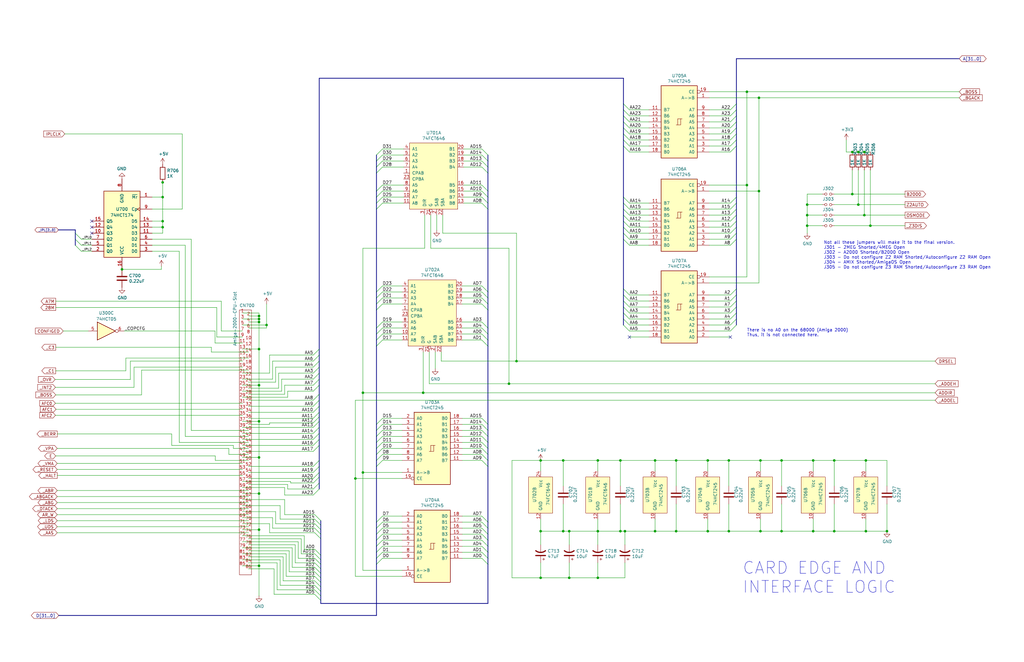
<source format=kicad_sch>
(kicad_sch (version 20211123) (generator eeschema)
  (paper "B")
  (title_block (title "Amiga N2630") (date "2022-05-31") (rev "2.0 QFP"))
  (junction (at 276.225 194.31))
  (junction (at 109.22 133.35))
  (junction (at 285.115 224.155))
  (junction (at 214.63 161.925))
  (junction (at 217.805 152.4))
  (junction (at 263.525 224.155))
  (junction (at 112.395 137.16))
  (junction (at 109.22 193.04))
  (junction (at 314.96 78.105))
  (junction (at 367.03 95.25))
  (junction (at 340.36 90.805))
  (junction (at 285.115 194.31))
  (junction (at 51.435 113.665))
  (junction (at 364.49 90.805))
  (junction (at 109.22 238.76))
  (junction (at 227.965 243.84))
  (junction (at 320.04 41.275))
  (junction (at 68.58 76.962))
  (junction (at 237.49 224.155))
  (junction (at 364.49 64.135))
  (junction (at 329.565 224.155))
  (junction (at 329.565 194.31))
  (junction (at 342.9 224.155))
  (junction (at 340.36 86.36))
  (junction (at 342.9 194.31))
  (junction (at 153.035 165.735))
  (junction (at 359.41 81.915))
  (junction (at 276.225 224.155))
  (junction (at 178.435 165.735))
  (junction (at 68.58 93.345))
  (junction (at 307.34 194.31))
  (junction (at 252.095 194.31))
  (junction (at 307.34 224.155))
  (junction (at 361.95 64.135))
  (junction (at 374.015 224.155))
  (junction (at 109.22 177.8))
  (junction (at 261.62 194.31))
  (junction (at 252.095 243.84))
  (junction (at 365.125 194.31))
  (junction (at 359.41 64.135))
  (junction (at 109.22 208.28))
  (junction (at 361.95 86.36))
  (junction (at 149.86 201.93))
  (junction (at 237.49 194.31))
  (junction (at 227.965 224.155))
  (junction (at 320.04 80.645))
  (junction (at 109.22 223.52))
  (junction (at 227.965 194.31))
  (junction (at 320.675 224.155))
  (junction (at 109.22 135.89))
  (junction (at 240.03 224.155))
  (junction (at 68.58 83.185))
  (junction (at 298.45 194.31))
  (junction (at 240.03 243.84))
  (junction (at 261.62 224.155))
  (junction (at 351.79 194.31))
  (junction (at 109.22 147.32))
  (junction (at 340.36 95.25))
  (junction (at 314.96 38.735))
  (junction (at 351.79 224.155))
  (junction (at 109.22 134.62))
  (junction (at 109.22 162.56))
  (junction (at 320.675 194.31))
  (junction (at 153.035 199.39))
  (junction (at 252.095 224.155))
  (junction (at 68.58 95.885))
  (junction (at 365.125 224.155))
  (junction (at 298.45 224.155))
  (no_connect (at 265.43 142.24))
  (no_connect (at 38.735 98.425))
  (no_connect (at 38.735 93.345))
  (no_connect (at 38.735 95.885))
  (no_connect (at 307.975 142.24))
  (bus_entry (at 265.43 98.425) (size -2.54 -2.54))
  (bus_entry (at 132.08 187.96) (size 2.54 -2.54))
  (bus_entry (at 203.2 227.965) (size 2.54 2.54))
  (bus_entry (at 132.715 241.3) (size 2.54 2.54))
  (bus_entry (at 132.715 239.395) (size 2.54 2.54))
  (bus_entry (at 132.715 237.49) (size 2.54 2.54))
  (bus_entry (at 132.715 250.825) (size 2.54 2.54))
  (bus_entry (at 132.715 248.92) (size 2.54 2.54))
  (bus_entry (at 132.715 247.015) (size 2.54 2.54))
  (bus_entry (at 132.715 245.11) (size 2.54 2.54))
  (bus_entry (at 132.715 243.205) (size 2.54 2.54))
  (bus_entry (at 132.715 235.585) (size 2.54 2.54))
  (bus_entry (at 265.43 139.7) (size -2.54 -2.54))
  (bus_entry (at 161.29 125.73) (size -2.54 2.54))
  (bus_entry (at 307.975 95.885) (size 2.54 -2.54))
  (bus_entry (at 307.975 124.46) (size 2.54 -2.54))
  (bus_entry (at 132.08 190.5) (size 2.54 -2.54))
  (bus_entry (at 307.975 127) (size 2.54 -2.54))
  (bus_entry (at 307.975 53.975) (size 2.54 -2.54))
  (bus_entry (at 203.2 230.505) (size 2.54 2.54))
  (bus_entry (at 265.43 100.965) (size -2.54 -2.54))
  (bus_entry (at 265.43 137.16) (size -2.54 -2.54))
  (bus_entry (at 161.29 181.61) (size -2.54 2.54))
  (bus_entry (at 307.975 59.055) (size 2.54 -2.54))
  (bus_entry (at 203.2 233.045) (size 2.54 2.54))
  (bus_entry (at 161.29 220.345) (size -2.54 2.54))
  (bus_entry (at 265.43 64.135) (size -2.54 -2.54))
  (bus_entry (at 34.29 106.045) (size -2.54 -2.54))
  (bus_entry (at 203.2 189.23) (size 2.54 2.54))
  (bus_entry (at 203.2 83.185) (size 2.54 2.54))
  (bus_entry (at 161.29 230.505) (size -2.54 2.54))
  (bus_entry (at 161.29 135.89) (size -2.54 2.54))
  (bus_entry (at 265.43 48.895) (size -2.54 -2.54))
  (bus_entry (at 265.43 132.08) (size -2.54 -2.54))
  (bus_entry (at 132.08 196.85) (size 2.54 -2.54))
  (bus_entry (at 132.08 165.1) (size 2.54 -2.54))
  (bus_entry (at 132.08 162.56) (size 2.54 -2.54))
  (bus_entry (at 132.08 160.02) (size 2.54 -2.54))
  (bus_entry (at 132.08 157.48) (size 2.54 -2.54))
  (bus_entry (at 132.08 154.94) (size 2.54 -2.54))
  (bus_entry (at 132.08 152.4) (size 2.54 -2.54))
  (bus_entry (at 132.08 149.86) (size 2.54 -2.54))
  (bus_entry (at 203.2 65.405) (size 2.54 2.54))
  (bus_entry (at 307.975 51.435) (size 2.54 -2.54))
  (bus_entry (at 265.43 129.54) (size -2.54 -2.54))
  (bus_entry (at 161.29 235.585) (size -2.54 2.54))
  (bus_entry (at 203.2 143.51) (size 2.54 2.54))
  (bus_entry (at 203.2 181.61) (size 2.54 2.54))
  (bus_entry (at 262.89 100.965) (size 2.54 2.54))
  (bus_entry (at 265.43 90.805) (size -2.54 -2.54))
  (bus_entry (at 34.29 103.505) (size -2.54 -2.54))
  (bus_entry (at 203.2 70.485) (size 2.54 2.54))
  (bus_entry (at 307.975 139.7) (size 2.54 -2.54))
  (bus_entry (at 203.2 222.885) (size 2.54 2.54))
  (bus_entry (at 132.08 173.99) (size 2.54 -2.54))
  (bus_entry (at 203.2 179.07) (size 2.54 2.54))
  (bus_entry (at 161.29 80.645) (size -2.54 2.54))
  (bus_entry (at 265.43 53.975) (size -2.54 -2.54))
  (bus_entry (at 34.29 100.965) (size -2.54 -2.54))
  (bus_entry (at 203.2 62.865) (size 2.54 2.54))
  (bus_entry (at 161.29 222.885) (size -2.54 2.54))
  (bus_entry (at 203.2 220.345) (size 2.54 2.54))
  (bus_entry (at 161.29 179.07) (size -2.54 2.54))
  (bus_entry (at 132.715 233.68) (size 2.54 2.54))
  (bus_entry (at 132.715 231.775) (size 2.54 2.54))
  (bus_entry (at 132.715 224.79) (size 2.54 2.54))
  (bus_entry (at 132.715 222.885) (size 2.54 2.54))
  (bus_entry (at 132.715 220.98) (size 2.54 2.54))
  (bus_entry (at 132.715 219.075) (size 2.54 2.54))
  (bus_entry (at 132.715 217.17) (size 2.54 2.54))
  (bus_entry (at 161.29 176.53) (size -2.54 2.54))
  (bus_entry (at 132.08 185.42) (size 2.54 -2.54))
  (bus_entry (at 307.975 98.425) (size 2.54 -2.54))
  (bus_entry (at 203.2 191.77) (size 2.54 2.54))
  (bus_entry (at 307.975 100.965) (size 2.54 -2.54))
  (bus_entry (at 307.975 93.345) (size 2.54 -2.54))
  (bus_entry (at 203.2 138.43) (size 2.54 2.54))
  (bus_entry (at 265.43 124.46) (size -2.54 -2.54))
  (bus_entry (at 307.975 46.355) (size 2.54 -2.54))
  (bus_entry (at 307.975 90.805) (size 2.54 -2.54))
  (bus_entry (at 307.975 103.505) (size 2.54 -2.54))
  (bus_entry (at 161.29 233.045) (size -2.54 2.54))
  (bus_entry (at 203.2 128.27) (size 2.54 2.54))
  (bus_entry (at 307.975 56.515) (size 2.54 -2.54))
  (bus_entry (at 203.2 123.19) (size 2.54 2.54))
  (bus_entry (at 203.2 140.97) (size 2.54 2.54))
  (bus_entry (at 265.43 59.055) (size -2.54 -2.54))
  (bus_entry (at 161.29 140.97) (size -2.54 2.54))
  (bus_entry (at 132.08 201.93) (size 2.54 -2.54))
  (bus_entry (at 161.29 85.725) (size -2.54 2.54))
  (bus_entry (at 161.29 186.69) (size -2.54 2.54))
  (bus_entry (at 132.08 182.88) (size 2.54 -2.54))
  (bus_entry (at 203.2 176.53) (size 2.54 2.54))
  (bus_entry (at 161.29 143.51) (size -2.54 2.54))
  (bus_entry (at 132.08 178.435) (size 2.54 -2.54))
  (bus_entry (at 203.2 80.645) (size 2.54 2.54))
  (bus_entry (at 161.29 83.185) (size -2.54 2.54))
  (bus_entry (at 265.43 134.62) (size -2.54 -2.54))
  (bus_entry (at 161.29 194.31) (size -2.54 2.54))
  (bus_entry (at 265.43 95.885) (size -2.54 -2.54))
  (bus_entry (at 265.43 88.265) (size -2.54 -2.54))
  (bus_entry (at 132.08 199.39) (size 2.54 -2.54))
  (bus_entry (at 203.2 120.65) (size 2.54 2.54))
  (bus_entry (at 161.29 123.19) (size -2.54 2.54))
  (bus_entry (at 265.43 85.725) (size -2.54 -2.54))
  (bus_entry (at 132.08 171.45) (size 2.54 -2.54))
  (bus_entry (at 161.29 225.425) (size -2.54 2.54))
  (bus_entry (at 161.29 138.43) (size -2.54 2.54))
  (bus_entry (at 161.29 67.945) (size -2.54 2.54))
  (bus_entry (at 203.2 186.69) (size 2.54 2.54))
  (bus_entry (at 132.08 176.53) (size 2.54 -2.54))
  (bus_entry (at 307.975 129.54) (size 2.54 -2.54))
  (bus_entry (at 161.29 128.27) (size -2.54 2.54))
  (bus_entry (at 161.29 227.965) (size -2.54 2.54))
  (bus_entry (at 265.43 127) (size -2.54 -2.54))
  (bus_entry (at 161.29 184.15) (size -2.54 2.54))
  (bus_entry (at 265.43 51.435) (size -2.54 -2.54))
  (bus_entry (at 203.2 125.73) (size 2.54 2.54))
  (bus_entry (at 203.2 85.725) (size 2.54 2.54))
  (bus_entry (at 307.975 137.16) (size 2.54 -2.54))
  (bus_entry (at 132.08 168.91) (size 2.54 -2.54))
  (bus_entry (at 203.2 135.89) (size 2.54 2.54))
  (bus_entry (at 161.29 189.23) (size -2.54 2.54))
  (bus_entry (at 161.29 78.105) (size -2.54 2.54))
  (bus_entry (at 132.08 180.34) (size 2.54 -2.54))
  (bus_entry (at 161.29 65.405) (size -2.54 2.54))
  (bus_entry (at 307.975 64.135) (size 2.54 -2.54))
  (bus_entry (at 203.2 67.945) (size 2.54 2.54))
  (bus_entry (at 203.2 194.31) (size 2.54 2.54))
  (bus_entry (at 265.43 93.345) (size -2.54 -2.54))
  (bus_entry (at 307.975 88.265) (size 2.54 -2.54))
  (bus_entry (at 203.2 184.15) (size 2.54 2.54))
  (bus_entry (at 307.975 48.895) (size 2.54 -2.54))
  (bus_entry (at 132.08 208.915) (size 2.54 -2.54))
  (bus_entry (at 132.08 203.835) (size 2.54 -2.54))
  (bus_entry (at 132.08 206.375) (size 2.54 -2.54))
  (bus_entry (at 161.29 191.77) (size -2.54 2.54))
  (bus_entry (at 203.2 217.805) (size 2.54 2.54))
  (bus_entry (at 307.975 85.725) (size 2.54 -2.54))
  (bus_entry (at 158.75 123.19) (size 2.54 -2.54))
  (bus_entry (at 203.2 235.585) (size 2.54 2.54))
  (bus_entry (at 158.75 65.405) (size 2.54 -2.54))
  (bus_entry (at 161.29 217.805) (size -2.54 2.54))
  (bus_entry (at 265.43 61.595) (size -2.54 -2.54))
  (bus_entry (at 203.2 78.105) (size 2.54 2.54))
  (bus_entry (at 265.43 56.515) (size -2.54 -2.54))
  (bus_entry (at 307.975 61.595) (size 2.54 -2.54))
  (bus_entry (at 265.43 46.355) (size -2.54 -2.54))
  (bus_entry (at 307.975 134.62) (size 2.54 -2.54))
  (bus_entry (at 307.975 132.08) (size 2.54 -2.54))
  (bus_entry (at 203.2 225.425) (size 2.54 2.54))
  (bus_entry (at 161.29 70.485) (size -2.54 2.54))
  (wire (pts (xy 273.685 142.24) (xy 265.43 142.24)))
  (bus (pts (xy 205.74 194.31) (xy 205.74 196.85)))
  (bus (pts (xy 134.62 154.94) (xy 134.62 157.48)))
  (wire (pts (xy 120.015 162.56) (xy 120.015 166.37)))
  (wire (pts (xy 113.665 220.98) (xy 113.665 224.79)))
  (wire (pts (xy 273.685 95.885) (xy 265.43 95.885)))
  (wire (pts (xy 102.235 167.64) (xy 121.285 167.64)))
  (wire (pts (xy 374.015 194.31) (xy 374.015 205.105)))
  (wire (pts (xy 102.235 231.14) (xy 123.19 231.14)))
  (wire (pts (xy 96.52 189.23) (xy 24.13 189.23)))
  (bus (pts (xy 205.74 88.265) (xy 205.74 123.19)))
  (wire (pts (xy 169.545 140.97) (xy 161.29 140.97)))
  (wire (pts (xy 194.945 184.15) (xy 203.2 184.15)))
  (bus (pts (xy 158.75 80.645) (xy 158.75 83.185)))
  (bus (pts (xy 262.89 129.54) (xy 262.89 132.08)))
  (wire (pts (xy 121.92 241.3) (xy 132.715 241.3)))
  (wire (pts (xy 128.27 226.06) (xy 128.27 231.775)))
  (bus (pts (xy 158.75 235.585) (xy 158.75 238.125)))
  (wire (pts (xy 104.775 138.43) (xy 112.395 138.43)))
  (wire (pts (xy 194.945 227.965) (xy 203.2 227.965)))
  (bus (pts (xy 135.255 223.52) (xy 135.255 225.425)))
  (wire (pts (xy 169.545 143.51) (xy 161.29 143.51)))
  (wire (pts (xy 26.67 139.7) (xy 37.211 139.7)))
  (wire (pts (xy 104.775 156.21) (xy 59.69 156.21)))
  (bus (pts (xy 135.255 240.03) (xy 135.255 241.935)))
  (bus (pts (xy 262.89 98.425) (xy 262.89 100.965)))
  (wire (pts (xy 109.22 132.08) (xy 109.22 133.35)))
  (wire (pts (xy 104.775 173.99) (xy 132.08 173.99)))
  (wire (pts (xy 52.451 139.7) (xy 90.678 139.7)))
  (wire (pts (xy 365.125 198.755) (xy 365.125 194.31)))
  (wire (pts (xy 102.235 132.08) (xy 109.22 132.08)))
  (wire (pts (xy 153.035 199.39) (xy 153.035 240.665)))
  (wire (pts (xy 90.805 194.31) (xy 90.805 192.405)))
  (wire (pts (xy 273.685 88.265) (xy 265.43 88.265)))
  (wire (pts (xy 299.085 85.725) (xy 307.975 85.725)))
  (wire (pts (xy 320.675 194.31) (xy 329.565 194.31)))
  (wire (pts (xy 149.86 243.205) (xy 169.545 243.205)))
  (wire (pts (xy 89.154 146.558) (xy 89.154 148.59)))
  (wire (pts (xy 78.105 103.505) (xy 78.105 184.15)))
  (wire (pts (xy 112.395 137.16) (xy 112.395 128.27)))
  (wire (pts (xy 227.965 194.31) (xy 237.49 194.31)))
  (wire (pts (xy 299.085 53.975) (xy 307.975 53.975)))
  (wire (pts (xy 27.305 56.515) (xy 76.835 56.515)))
  (wire (pts (xy 276.225 194.31) (xy 285.115 194.31)))
  (wire (pts (xy 346.71 95.25) (xy 340.36 95.25)))
  (wire (pts (xy 276.225 198.755) (xy 276.225 194.31)))
  (bus (pts (xy 134.62 177.8) (xy 134.62 180.34)))
  (bus (pts (xy 262.89 90.805) (xy 262.89 93.345)))
  (wire (pts (xy 340.36 81.915) (xy 340.36 86.36)))
  (wire (pts (xy 102.235 187.96) (xy 132.08 187.96)))
  (wire (pts (xy 169.545 191.77) (xy 161.29 191.77)))
  (wire (pts (xy 169.545 179.07) (xy 161.29 179.07)))
  (wire (pts (xy 153.035 240.665) (xy 169.545 240.665)))
  (bus (pts (xy 310.515 53.975) (xy 310.515 56.515)))
  (wire (pts (xy 361.95 86.36) (xy 381.635 86.36)))
  (wire (pts (xy 102.235 198.12) (xy 24.13 198.12)))
  (bus (pts (xy 205.74 179.07) (xy 205.74 181.61)))
  (wire (pts (xy 102.235 236.22) (xy 118.11 236.22)))
  (wire (pts (xy 72.39 183.134) (xy 72.39 187.96)))
  (bus (pts (xy 310.515 51.435) (xy 310.515 53.975)))
  (wire (pts (xy 169.545 189.23) (xy 161.29 189.23)))
  (wire (pts (xy 104.775 191.77) (xy 96.52 191.77)))
  (wire (pts (xy 104.775 196.85) (xy 132.08 196.85)))
  (wire (pts (xy 120.015 217.17) (xy 132.715 217.17)))
  (wire (pts (xy 195.58 70.485) (xy 203.2 70.485)))
  (wire (pts (xy 194.945 194.31) (xy 203.2 194.31)))
  (wire (pts (xy 170.18 70.485) (xy 161.29 70.485)))
  (bus (pts (xy 134.62 152.4) (xy 134.62 154.94)))
  (wire (pts (xy 217.805 152.4) (xy 394.335 152.4)))
  (wire (pts (xy 340.36 95.25) (xy 340.36 98.425)))
  (wire (pts (xy 113.665 157.48) (xy 113.665 149.86)))
  (wire (pts (xy 104.775 184.15) (xy 78.105 184.15)))
  (bus (pts (xy 134.62 33.02) (xy 134.62 147.32)))
  (wire (pts (xy 169.545 186.69) (xy 161.29 186.69)))
  (wire (pts (xy 314.96 38.735) (xy 299.085 38.735)))
  (bus (pts (xy 205.74 140.97) (xy 205.74 143.51)))
  (wire (pts (xy 169.545 220.345) (xy 161.29 220.345)))
  (bus (pts (xy 262.89 95.885) (xy 262.89 98.425)))
  (wire (pts (xy 194.945 143.51) (xy 203.2 143.51)))
  (bus (pts (xy 310.515 95.885) (xy 310.515 98.425)))
  (wire (pts (xy 109.22 208.28) (xy 109.22 223.52)))
  (wire (pts (xy 149.86 201.93) (xy 149.86 243.205)))
  (bus (pts (xy 158.75 233.045) (xy 158.75 235.585)))
  (wire (pts (xy 118.11 219.075) (xy 132.715 219.075)))
  (wire (pts (xy 56.515 163.449) (xy 56.515 154.94)))
  (bus (pts (xy 262.89 85.725) (xy 262.89 88.265)))
  (wire (pts (xy 170.18 65.405) (xy 161.29 65.405)))
  (bus (pts (xy 31.75 98.425) (xy 31.75 100.965)))
  (wire (pts (xy 102.235 152.4) (xy 54.991 152.4)))
  (wire (pts (xy 340.36 86.36) (xy 340.36 90.805)))
  (wire (pts (xy 194.945 176.53) (xy 203.2 176.53)))
  (bus (pts (xy 205.74 85.725) (xy 205.74 88.265)))
  (wire (pts (xy 351.79 95.25) (xy 367.03 95.25)))
  (bus (pts (xy 134.62 166.37) (xy 134.62 168.91)))
  (wire (pts (xy 342.9 198.755) (xy 342.9 194.31)))
  (wire (pts (xy 109.22 193.04) (xy 109.22 208.28)))
  (wire (pts (xy 113.665 224.79) (xy 132.715 224.79)))
  (wire (pts (xy 346.71 90.805) (xy 340.36 90.805)))
  (bus (pts (xy 134.62 199.39) (xy 134.62 201.295)))
  (wire (pts (xy 104.775 217.17) (xy 24.13 217.17)))
  (wire (pts (xy 104.775 148.59) (xy 89.154 148.59)))
  (wire (pts (xy 102.235 180.34) (xy 132.08 180.34)))
  (wire (pts (xy 178.435 165.735) (xy 153.035 165.735)))
  (bus (pts (xy 262.89 51.435) (xy 262.89 53.975)))
  (bus (pts (xy 310.515 43.815) (xy 310.515 46.355)))
  (bus (pts (xy 310.515 129.54) (xy 310.515 132.08)))
  (bus (pts (xy 135.255 245.745) (xy 135.255 247.65)))
  (bus (pts (xy 262.89 33.02) (xy 134.62 33.02)))
  (wire (pts (xy 178.435 165.735) (xy 178.435 148.59)))
  (bus (pts (xy 158.75 70.485) (xy 158.75 73.025)))
  (wire (pts (xy 273.685 56.515) (xy 265.43 56.515)))
  (wire (pts (xy 299.085 132.08) (xy 307.975 132.08)))
  (wire (pts (xy 122.555 203.2) (xy 122.555 203.835)))
  (bus (pts (xy 158.75 138.43) (xy 158.75 140.97)))
  (wire (pts (xy 23.622 172.72) (xy 102.235 172.72)))
  (wire (pts (xy 64.135 98.425) (xy 68.58 98.425)))
  (wire (pts (xy 285.115 224.155) (xy 298.45 224.155)))
  (wire (pts (xy 314.96 78.105) (xy 314.96 38.735)))
  (wire (pts (xy 109.22 162.56) (xy 109.22 177.8)))
  (wire (pts (xy 104.775 135.89) (xy 109.22 135.89)))
  (wire (pts (xy 68.58 95.885) (xy 68.58 98.425)))
  (bus (pts (xy 205.74 146.05) (xy 205.74 179.07)))
  (bus (pts (xy 158.75 128.27) (xy 158.75 130.81)))
  (wire (pts (xy 170.18 62.865) (xy 161.29 62.865)))
  (bus (pts (xy 31.75 97.028) (xy 31.75 98.425)))
  (wire (pts (xy 169.545 230.505) (xy 161.29 230.505)))
  (wire (pts (xy 307.975 142.24) (xy 299.085 142.24)))
  (wire (pts (xy 102.235 165.1) (xy 118.745 165.1)))
  (bus (pts (xy 158.75 196.85) (xy 158.75 220.345)))
  (wire (pts (xy 118.11 247.015) (xy 132.715 247.015)))
  (bus (pts (xy 158.75 186.69) (xy 158.75 189.23)))
  (bus (pts (xy 205.74 67.945) (xy 205.74 70.485)))
  (wire (pts (xy 102.235 142.24) (xy 91.44 142.24)))
  (wire (pts (xy 120.015 208.915) (xy 132.08 208.915)))
  (wire (pts (xy 102.235 220.98) (xy 113.665 220.98)))
  (wire (pts (xy 104.775 201.93) (xy 132.08 201.93)))
  (wire (pts (xy 273.685 61.595) (xy 265.43 61.595)))
  (wire (pts (xy 273.685 85.725) (xy 265.43 85.725)))
  (wire (pts (xy 104.775 207.01) (xy 24.13 207.01)))
  (bus (pts (xy 158.75 227.965) (xy 158.75 230.505)))
  (wire (pts (xy 320.04 41.275) (xy 299.085 41.275)))
  (bus (pts (xy 205.74 225.425) (xy 205.74 227.965)))
  (wire (pts (xy 23.241 160.147) (xy 54.991 160.147)))
  (wire (pts (xy 364.49 64.135) (xy 367.03 64.135)))
  (wire (pts (xy 299.085 98.425) (xy 307.975 98.425)))
  (wire (pts (xy 367.03 71.755) (xy 367.03 95.25)))
  (wire (pts (xy 124.46 237.49) (xy 132.715 237.49)))
  (wire (pts (xy 115.57 240.03) (xy 115.57 250.825)))
  (bus (pts (xy 135.255 221.615) (xy 135.255 223.52)))
  (wire (pts (xy 109.22 133.35) (xy 109.22 134.62)))
  (bus (pts (xy 134.62 175.895) (xy 134.62 177.8)))
  (bus (pts (xy 134.62 180.34) (xy 134.62 182.88)))
  (wire (pts (xy 102.235 193.04) (xy 109.22 193.04)))
  (wire (pts (xy 273.685 51.435) (xy 265.43 51.435)))
  (bus (pts (xy 262.89 121.92) (xy 262.89 124.46)))
  (wire (pts (xy 122.555 203.835) (xy 132.08 203.835)))
  (wire (pts (xy 59.69 166.624) (xy 59.69 156.21)))
  (bus (pts (xy 158.75 67.945) (xy 158.75 70.485)))
  (wire (pts (xy 299.085 100.965) (xy 307.975 100.965)))
  (wire (pts (xy 51.435 113.665) (xy 68.072 113.665)))
  (bus (pts (xy 205.74 184.15) (xy 205.74 186.69)))
  (wire (pts (xy 102.235 144.78) (xy 90.678 144.78)))
  (wire (pts (xy 109.22 135.89) (xy 109.22 147.32)))
  (bus (pts (xy 158.75 189.23) (xy 158.75 191.77)))
  (wire (pts (xy 320.675 198.755) (xy 320.675 194.31)))
  (wire (pts (xy 68.58 83.185) (xy 64.135 83.185)))
  (wire (pts (xy 195.58 80.645) (xy 203.2 80.645)))
  (bus (pts (xy 158.75 220.345) (xy 158.75 222.885)))
  (wire (pts (xy 53.086 151.13) (xy 53.086 156.464)))
  (wire (pts (xy 169.545 184.15) (xy 161.29 184.15)))
  (wire (pts (xy 351.79 194.31) (xy 365.125 194.31)))
  (wire (pts (xy 120.015 205.74) (xy 120.015 208.915)))
  (bus (pts (xy 135.255 219.71) (xy 135.255 221.615)))
  (bus (pts (xy 310.515 61.595) (xy 310.515 83.185)))
  (wire (pts (xy 68.58 76.835) (xy 68.58 76.962)))
  (wire (pts (xy 252.095 224.155) (xy 261.62 224.155)))
  (wire (pts (xy 194.945 181.61) (xy 203.2 181.61)))
  (wire (pts (xy 102.235 203.2) (xy 122.555 203.2)))
  (bus (pts (xy 135.255 247.65) (xy 135.255 249.555)))
  (wire (pts (xy 195.58 83.185) (xy 203.2 83.185)))
  (bus (pts (xy 310.515 134.62) (xy 310.515 137.16)))
  (bus (pts (xy 158.75 191.77) (xy 158.75 194.31)))
  (wire (pts (xy 132.08 178.435) (xy 113.665 178.435)))
  (wire (pts (xy 299.085 93.345) (xy 307.975 93.345)))
  (wire (pts (xy 102.235 182.88) (xy 132.08 182.88)))
  (wire (pts (xy 214.63 161.925) (xy 180.975 161.925)))
  (wire (pts (xy 240.03 229.87) (xy 240.03 224.155)))
  (wire (pts (xy 299.085 78.105) (xy 314.96 78.105)))
  (wire (pts (xy 346.71 86.36) (xy 340.36 86.36)))
  (wire (pts (xy 169.545 176.53) (xy 161.29 176.53)))
  (wire (pts (xy 102.235 137.16) (xy 112.395 137.16)))
  (wire (pts (xy 116.205 220.98) (xy 132.715 220.98)))
  (bus (pts (xy 135.255 251.46) (xy 135.255 253.365)))
  (wire (pts (xy 170.18 78.105) (xy 161.29 78.105)))
  (wire (pts (xy 194.945 191.77) (xy 203.2 191.77)))
  (wire (pts (xy 299.085 56.515) (xy 307.975 56.515)))
  (wire (pts (xy 102.235 205.74) (xy 120.015 205.74)))
  (wire (pts (xy 195.58 85.725) (xy 203.2 85.725)))
  (wire (pts (xy 38.735 103.505) (xy 34.29 103.505)))
  (wire (pts (xy 261.62 194.31) (xy 276.225 194.31)))
  (wire (pts (xy 374.015 224.155) (xy 374.015 212.725)))
  (wire (pts (xy 153.035 165.735) (xy 153.035 104.775)))
  (bus (pts (xy 310.515 127) (xy 310.515 129.54)))
  (wire (pts (xy 64.135 93.345) (xy 68.58 93.345)))
  (wire (pts (xy 237.49 224.155) (xy 240.03 224.155)))
  (wire (pts (xy 102.235 134.62) (xy 109.22 134.62)))
  (wire (pts (xy 194.945 220.345) (xy 203.2 220.345)))
  (wire (pts (xy 320.04 80.645) (xy 320.04 41.275)))
  (wire (pts (xy 64.135 95.885) (xy 68.58 95.885)))
  (wire (pts (xy 181.61 104.775) (xy 214.63 104.775)))
  (wire (pts (xy 217.805 152.4) (xy 186.055 152.4)))
  (wire (pts (xy 102.235 228.6) (xy 125.73 228.6)))
  (wire (pts (xy 102.235 226.06) (xy 128.27 226.06)))
  (wire (pts (xy 102.235 195.58) (xy 24.13 195.58)))
  (wire (pts (xy 169.545 225.425) (xy 161.29 225.425)))
  (bus (pts (xy 135.255 236.22) (xy 135.255 238.125)))
  (wire (pts (xy 104.775 161.29) (xy 116.205 161.29)))
  (wire (pts (xy 116.205 215.9) (xy 116.205 220.98)))
  (bus (pts (xy 310.515 121.92) (xy 310.515 124.46)))
  (wire (pts (xy 351.79 224.155) (xy 365.125 224.155)))
  (wire (pts (xy 299.085 124.46) (xy 307.975 124.46)))
  (bus (pts (xy 134.62 201.295) (xy 134.62 203.835)))
  (wire (pts (xy 121.92 232.41) (xy 121.92 241.3)))
  (bus (pts (xy 205.74 80.645) (xy 205.74 83.185)))
  (wire (pts (xy 104.775 212.09) (xy 24.13 212.09)))
  (wire (pts (xy 169.545 135.89) (xy 161.29 135.89)))
  (bus (pts (xy 134.62 203.835) (xy 134.62 206.375)))
  (bus (pts (xy 205.74 70.485) (xy 205.74 73.025)))
  (bus (pts (xy 262.89 88.265) (xy 262.89 90.805)))
  (wire (pts (xy 320.675 224.155) (xy 329.565 224.155)))
  (wire (pts (xy 252.095 198.755) (xy 252.095 194.31)))
  (wire (pts (xy 195.58 67.945) (xy 203.2 67.945)))
  (bus (pts (xy 262.89 33.02) (xy 262.89 43.815)))
  (wire (pts (xy 102.235 157.48) (xy 113.665 157.48)))
  (wire (pts (xy 116.84 237.49) (xy 116.84 248.92)))
  (wire (pts (xy 120.015 210.82) (xy 120.015 217.17)))
  (bus (pts (xy 158.75 140.97) (xy 158.75 143.51)))
  (wire (pts (xy 169.545 222.885) (xy 161.29 222.885)))
  (wire (pts (xy 23.368 175.26) (xy 102.235 175.26)))
  (wire (pts (xy 109.22 177.8) (xy 109.22 193.04)))
  (wire (pts (xy 68.58 76.962) (xy 68.58 83.185)))
  (wire (pts (xy 314.96 116.84) (xy 314.96 78.105)))
  (bus (pts (xy 262.89 93.345) (xy 262.89 95.885)))
  (wire (pts (xy 240.03 243.84) (xy 252.095 243.84)))
  (bus (pts (xy 158.75 83.185) (xy 158.75 85.725)))
  (bus (pts (xy 310.515 85.725) (xy 310.515 88.265)))
  (bus (pts (xy 205.74 235.585) (xy 205.74 238.125)))
  (wire (pts (xy 104.775 224.79) (xy 24.13 224.79)))
  (wire (pts (xy 320.675 219.075) (xy 320.675 224.155)))
  (wire (pts (xy 263.525 224.155) (xy 276.225 224.155)))
  (wire (pts (xy 240.03 224.155) (xy 252.095 224.155)))
  (wire (pts (xy 329.565 194.31) (xy 342.9 194.31)))
  (bus (pts (xy 205.74 220.345) (xy 205.74 222.885)))
  (wire (pts (xy 119.38 245.11) (xy 132.715 245.11)))
  (wire (pts (xy 118.11 213.36) (xy 118.11 219.075)))
  (wire (pts (xy 104.775 209.55) (xy 24.13 209.55)))
  (wire (pts (xy 102.235 162.56) (xy 109.22 162.56)))
  (wire (pts (xy 113.665 178.435) (xy 113.665 179.07)))
  (wire (pts (xy 298.45 194.31) (xy 307.34 194.31)))
  (wire (pts (xy 194.945 189.23) (xy 203.2 189.23)))
  (bus (pts (xy 310.515 59.055) (xy 310.515 61.595)))
  (wire (pts (xy 132.08 165.1) (xy 121.285 165.1)))
  (bus (pts (xy 205.74 73.025) (xy 205.74 80.645)))
  (wire (pts (xy 298.45 219.075) (xy 298.45 224.155)))
  (wire (pts (xy 186.055 152.4) (xy 186.055 148.59)))
  (wire (pts (xy 194.945 235.585) (xy 203.2 235.585)))
  (wire (pts (xy 104.775 227.33) (xy 127 227.33)))
  (wire (pts (xy 23.495 166.624) (xy 59.69 166.624)))
  (bus (pts (xy 310.515 83.185) (xy 310.515 85.725)))
  (wire (pts (xy 169.545 125.73) (xy 161.29 125.73)))
  (wire (pts (xy 273.685 53.975) (xy 265.43 53.975)))
  (wire (pts (xy 299.085 103.505) (xy 307.975 103.505)))
  (wire (pts (xy 320.04 41.275) (xy 404.495 41.275)))
  (bus (pts (xy 134.62 194.31) (xy 134.62 196.85)))
  (wire (pts (xy 299.085 61.595) (xy 307.975 61.595)))
  (wire (pts (xy 307.34 212.725) (xy 307.34 224.155)))
  (wire (pts (xy 104.775 199.39) (xy 132.08 199.39)))
  (wire (pts (xy 364.49 90.805) (xy 381.635 90.805)))
  (wire (pts (xy 273.685 59.055) (xy 265.43 59.055)))
  (wire (pts (xy 273.685 139.7) (xy 265.43 139.7)))
  (wire (pts (xy 261.62 205.105) (xy 261.62 194.31)))
  (bus (pts (xy 205.74 65.405) (xy 205.74 67.945)))
  (bus (pts (xy 310.515 88.265) (xy 310.515 90.805)))
  (wire (pts (xy 351.79 205.105) (xy 351.79 194.31)))
  (wire (pts (xy 102.235 238.76) (xy 109.22 238.76)))
  (bus (pts (xy 262.89 124.46) (xy 262.89 127)))
  (bus (pts (xy 135.255 241.935) (xy 135.255 243.84)))
  (wire (pts (xy 215.9 194.31) (xy 227.965 194.31)))
  (wire (pts (xy 68.072 112.395) (xy 68.072 113.665)))
  (wire (pts (xy 104.775 214.63) (xy 24.13 214.63)))
  (wire (pts (xy 195.58 78.105) (xy 203.2 78.105)))
  (wire (pts (xy 68.58 93.345) (xy 68.58 95.885)))
  (wire (pts (xy 273.685 132.08) (xy 265.43 132.08)))
  (bus (pts (xy 205.74 196.85) (xy 205.74 220.345)))
  (wire (pts (xy 169.545 217.805) (xy 161.29 217.805)))
  (wire (pts (xy 127 233.68) (xy 132.715 233.68)))
  (wire (pts (xy 104.775 229.87) (xy 124.46 229.87)))
  (wire (pts (xy 102.235 215.9) (xy 116.205 215.9)))
  (wire (pts (xy 169.545 199.39) (xy 153.035 199.39)))
  (wire (pts (xy 123.19 239.395) (xy 132.715 239.395)))
  (bus (pts (xy 134.62 171.45) (xy 134.62 173.99)))
  (wire (pts (xy 195.58 62.865) (xy 203.2 62.865)))
  (wire (pts (xy 118.745 160.02) (xy 118.745 165.1)))
  (wire (pts (xy 90.805 192.405) (xy 23.495 192.405)))
  (bus (pts (xy 205.74 143.51) (xy 205.74 146.05)))
  (wire (pts (xy 169.545 123.19) (xy 161.29 123.19)))
  (wire (pts (xy 23.495 129.794) (xy 91.44 129.794)))
  (wire (pts (xy 217.805 98.425) (xy 217.805 152.4)))
  (bus (pts (xy 158.75 85.725) (xy 158.75 88.265)))
  (wire (pts (xy 227.965 198.755) (xy 227.965 194.31)))
  (wire (pts (xy 170.18 83.185) (xy 161.29 83.185)))
  (bus (pts (xy 262.89 56.515) (xy 262.89 59.055)))
  (wire (pts (xy 109.22 147.32) (xy 109.22 162.56)))
  (wire (pts (xy 38.735 106.045) (xy 34.29 106.045)))
  (wire (pts (xy 227.965 229.87) (xy 227.965 224.155)))
  (wire (pts (xy 153.035 165.735) (xy 153.035 199.39)))
  (wire (pts (xy 120.65 233.68) (xy 120.65 243.205)))
  (wire (pts (xy 342.9 219.075) (xy 342.9 224.155)))
  (wire (pts (xy 351.79 86.36) (xy 361.95 86.36)))
  (bus (pts (xy 205.74 138.43) (xy 205.74 140.97)))
  (bus (pts (xy 205.74 227.965) (xy 205.74 230.505)))
  (wire (pts (xy 273.685 93.345) (xy 265.43 93.345)))
  (wire (pts (xy 117.475 157.48) (xy 117.475 163.83)))
  (wire (pts (xy 252.095 229.87) (xy 252.095 224.155)))
  (bus (pts (xy 262.89 46.355) (xy 262.89 48.895)))
  (wire (pts (xy 118.11 236.22) (xy 118.11 247.015)))
  (bus (pts (xy 135.255 253.365) (xy 135.255 254.635)))
  (bus (pts (xy 158.75 65.405) (xy 158.75 67.945)))
  (bus (pts (xy 205.74 222.885) (xy 205.74 225.425)))
  (wire (pts (xy 273.685 98.425) (xy 265.43 98.425)))
  (wire (pts (xy 361.95 64.135) (xy 364.49 64.135)))
  (bus (pts (xy 158.75 259.715) (xy 24.765 259.715)))
  (bus (pts (xy 31.75 100.965) (xy 31.75 103.505)))
  (wire (pts (xy 98.425 187.96) (xy 72.39 187.96)))
  (wire (pts (xy 356.87 64.135) (xy 359.41 64.135)))
  (wire (pts (xy 54.991 160.147) (xy 54.991 152.4)))
  (bus (pts (xy 205.74 233.045) (xy 205.74 235.585)))
  (wire (pts (xy 361.95 71.755) (xy 361.95 86.36)))
  (wire (pts (xy 276.225 224.155) (xy 285.115 224.155)))
  (wire (pts (xy 104.775 234.95) (xy 119.38 234.95)))
  (wire (pts (xy 90.678 139.7) (xy 90.678 144.78)))
  (bus (pts (xy 134.62 182.88) (xy 134.62 185.42)))
  (wire (pts (xy 102.235 200.66) (xy 24.13 200.66)))
  (wire (pts (xy 285.115 205.105) (xy 285.115 194.31)))
  (wire (pts (xy 104.775 204.47) (xy 121.285 204.47)))
  (bus (pts (xy 158.75 146.05) (xy 158.75 179.07)))
  (wire (pts (xy 299.085 127) (xy 307.975 127)))
  (bus (pts (xy 158.75 143.51) (xy 158.75 146.05)))
  (wire (pts (xy 359.41 81.915) (xy 381.635 81.915)))
  (wire (pts (xy 120.65 243.205) (xy 132.715 243.205)))
  (wire (pts (xy 299.085 46.355) (xy 307.975 46.355)))
  (wire (pts (xy 64.135 106.045) (xy 75.565 106.045)))
  (wire (pts (xy 329.565 212.725) (xy 329.565 224.155)))
  (bus (pts (xy 205.74 238.125) (xy 205.74 254.635)))
  (wire (pts (xy 186.69 90.805) (xy 186.69 98.425)))
  (wire (pts (xy 23.495 146.558) (xy 89.154 146.558)))
  (wire (pts (xy 169.545 128.27) (xy 161.29 128.27)))
  (bus (pts (xy 205.74 189.23) (xy 205.74 191.77)))
  (wire (pts (xy 299.085 80.645) (xy 320.04 80.645)))
  (wire (pts (xy 38.735 100.965) (xy 34.29 100.965)))
  (wire (pts (xy 186.69 98.425) (xy 217.805 98.425)))
  (wire (pts (xy 115.57 250.825) (xy 132.715 250.825)))
  (wire (pts (xy 121.285 206.375) (xy 132.08 206.375)))
  (wire (pts (xy 342.9 194.31) (xy 351.79 194.31)))
  (wire (pts (xy 273.685 90.805) (xy 265.43 90.805)))
  (wire (pts (xy 169.545 138.43) (xy 161.29 138.43)))
  (bus (pts (xy 310.515 98.425) (xy 310.515 100.965)))
  (bus (pts (xy 158.75 125.73) (xy 158.75 128.27)))
  (wire (pts (xy 307.34 194.31) (xy 320.675 194.31)))
  (bus (pts (xy 205.74 125.73) (xy 205.74 128.27)))
  (wire (pts (xy 104.775 189.23) (xy 98.425 189.23)))
  (bus (pts (xy 135.255 234.315) (xy 135.255 236.22)))
  (bus (pts (xy 205.74 130.81) (xy 205.74 138.43)))
  (wire (pts (xy 119.38 234.95) (xy 119.38 245.11)))
  (wire (pts (xy 169.545 194.31) (xy 161.29 194.31)))
  (bus (pts (xy 262.89 83.185) (xy 262.89 85.725)))
  (wire (pts (xy 102.235 139.7) (xy 93.345 139.7)))
  (bus (pts (xy 134.62 149.86) (xy 134.62 152.4)))
  (wire (pts (xy 359.41 64.135) (xy 361.95 64.135)))
  (wire (pts (xy 356.87 59.055) (xy 356.87 64.135)))
  (wire (pts (xy 214.63 161.925) (xy 394.335 161.925)))
  (bus (pts (xy 310.515 24.765) (xy 310.515 43.815)))
  (wire (pts (xy 276.225 219.075) (xy 276.225 224.155)))
  (wire (pts (xy 169.545 181.61) (xy 161.29 181.61)))
  (wire (pts (xy 299.085 137.16) (xy 307.975 137.16)))
  (wire (pts (xy 170.18 85.725) (xy 161.29 85.725)))
  (wire (pts (xy 104.775 219.71) (xy 24.13 219.71)))
  (wire (pts (xy 102.235 147.32) (xy 109.22 147.32)))
  (wire (pts (xy 261.62 224.155) (xy 263.525 224.155)))
  (wire (pts (xy 149.86 168.91) (xy 394.335 168.91)))
  (bus (pts (xy 158.75 123.19) (xy 158.75 125.73)))
  (wire (pts (xy 265.43 103.505) (xy 273.685 103.505)))
  (wire (pts (xy 299.085 116.84) (xy 314.96 116.84)))
  (wire (pts (xy 240.03 237.49) (xy 240.03 243.84)))
  (bus (pts (xy 158.75 184.15) (xy 158.75 186.69)))
  (wire (pts (xy 364.49 71.755) (xy 364.49 90.805)))
  (wire (pts (xy 127 227.33) (xy 127 233.68)))
  (wire (pts (xy 194.945 186.69) (xy 203.2 186.69)))
  (wire (pts (xy 273.685 127) (xy 265.43 127)))
  (wire (pts (xy 285.115 194.31) (xy 298.45 194.31)))
  (wire (pts (xy 252.095 194.31) (xy 261.62 194.31)))
  (bus (pts (xy 134.62 162.56) (xy 134.62 166.37)))
  (wire (pts (xy 181.61 90.805) (xy 181.61 104.775)))
  (wire (pts (xy 102.235 223.52) (xy 109.22 223.52)))
  (wire (pts (xy 132.08 160.02) (xy 118.745 160.02)))
  (wire (pts (xy 299.085 119.38) (xy 320.04 119.38)))
  (bus (pts (xy 310.515 48.895) (xy 310.515 51.435)))
  (wire (pts (xy 178.435 165.735) (xy 394.335 165.735)))
  (wire (pts (xy 114.935 222.885) (xy 132.715 222.885)))
  (bus (pts (xy 24.638 97.028) (xy 31.75 97.028)))
  (wire (pts (xy 93.345 139.7) (xy 93.345 127.127)))
  (wire (pts (xy 194.945 140.97) (xy 203.2 140.97)))
  (wire (pts (xy 273.685 100.965) (xy 265.43 100.965)))
  (wire (pts (xy 237.49 205.105) (xy 237.49 194.31)))
  (wire (pts (xy 298.45 224.155) (xy 307.34 224.155)))
  (wire (pts (xy 365.125 219.075) (xy 365.125 224.155)))
  (wire (pts (xy 104.775 171.45) (xy 132.08 171.45)))
  (wire (pts (xy 109.22 134.62) (xy 109.22 135.89)))
  (wire (pts (xy 113.665 149.86) (xy 132.08 149.86)))
  (wire (pts (xy 194.945 233.045) (xy 203.2 233.045)))
  (wire (pts (xy 102.235 218.44) (xy 114.935 218.44)))
  (wire (pts (xy 102.235 208.28) (xy 109.22 208.28)))
  (bus (pts (xy 158.75 194.31) (xy 158.75 196.85)))
  (bus (pts (xy 158.75 73.025) (xy 158.75 80.645)))
  (wire (pts (xy 114.935 218.44) (xy 114.935 222.885)))
  (wire (pts (xy 285.115 212.725) (xy 285.115 224.155)))
  (wire (pts (xy 76.835 56.515) (xy 76.835 88.265)))
  (wire (pts (xy 102.235 154.94) (xy 56.515 154.94)))
  (bus (pts (xy 310.515 46.355) (xy 310.515 48.895)))
  (bus (pts (xy 310.515 93.345) (xy 310.515 95.885)))
  (wire (pts (xy 195.58 65.405) (xy 203.2 65.405)))
  (bus (pts (xy 205.74 230.505) (xy 205.74 233.045)))
  (wire (pts (xy 125.73 235.585) (xy 132.715 235.585)))
  (wire (pts (xy 194.945 138.43) (xy 203.2 138.43)))
  (wire (pts (xy 132.08 162.56) (xy 120.015 162.56)))
  (wire (pts (xy 53.086 151.13) (xy 104.775 151.13)))
  (bus (pts (xy 134.62 187.96) (xy 134.62 194.31)))
  (wire (pts (xy 112.395 138.43) (xy 112.395 137.16)))
  (bus (pts (xy 262.89 59.055) (xy 262.89 61.595)))
  (bus (pts (xy 134.62 185.42) (xy 134.62 187.96)))
  (wire (pts (xy 261.62 212.725) (xy 261.62 224.155)))
  (wire (pts (xy 365.125 194.31) (xy 374.015 194.31)))
  (wire (pts (xy 80.645 100.965) (xy 80.645 181.61)))
  (wire (pts (xy 23.368 163.449) (xy 56.515 163.449)))
  (wire (pts (xy 121.285 204.47) (xy 121.285 206.375)))
  (bus (pts (xy 135.255 254.635) (xy 205.74 254.635)))
  (wire (pts (xy 104.775 240.03) (xy 115.57 240.03)))
  (wire (pts (xy 169.545 201.93) (xy 149.86 201.93)))
  (wire (pts (xy 104.775 133.35) (xy 109.22 133.35)))
  (wire (pts (xy 104.775 176.53) (xy 132.08 176.53)))
  (wire (pts (xy 116.205 154.94) (xy 116.205 161.29)))
  (wire (pts (xy 104.775 222.25) (xy 24.13 222.25)))
  (wire (pts (xy 194.945 135.89) (xy 203.2 135.89)))
  (bus (pts (xy 310.515 90.805) (xy 310.515 93.345)))
  (wire (pts (xy 124.46 229.87) (xy 124.46 237.49)))
  (wire (pts (xy 104.775 186.69) (xy 75.565 186.69)))
  (wire (pts (xy 365.125 224.155) (xy 374.015 224.155)))
  (wire (pts (xy 273.685 46.355) (xy 265.43 46.355)))
  (wire (pts (xy 215.9 243.84) (xy 215.9 194.31)))
  (wire (pts (xy 299.085 90.805) (xy 307.975 90.805)))
  (wire (pts (xy 183.515 148.59) (xy 183.515 155.575)))
  (wire (pts (xy 53.086 156.464) (xy 23.495 156.464)))
  (bus (pts (xy 134.62 173.99) (xy 134.62 175.895)))
  (wire (pts (xy 314.96 38.735) (xy 404.495 38.735)))
  (wire (pts (xy 194.945 123.19) (xy 203.2 123.19)))
  (bus (pts (xy 134.62 147.32) (xy 134.62 149.86)))
  (wire (pts (xy 153.035 104.775) (xy 179.07 104.775)))
  (bus (pts (xy 262.89 127) (xy 262.89 129.54)))
  (wire (pts (xy 102.235 185.42) (xy 132.08 185.42)))
  (bus (pts (xy 135.255 243.84) (xy 135.255 245.745)))
  (wire (pts (xy 104.775 194.31) (xy 90.805 194.31)))
  (wire (pts (xy 169.545 233.045) (xy 161.29 233.045)))
  (wire (pts (xy 104.775 163.83) (xy 117.475 163.83)))
  (bus (pts (xy 205.74 181.61) (xy 205.74 184.15)))
  (wire (pts (xy 227.965 243.84) (xy 215.9 243.84)))
  (wire (pts (xy 180.975 161.925) (xy 180.975 148.59)))
  (wire (pts (xy 273.685 129.54) (xy 265.43 129.54)))
  (wire (pts (xy 299.085 51.435) (xy 307.975 51.435)))
  (wire (pts (xy 102.235 190.5) (xy 132.08 190.5)))
  (bus (pts (xy 205.74 191.77) (xy 205.74 194.31)))
  (wire (pts (xy 64.135 103.505) (xy 78.105 103.505)))
  (wire (pts (xy 169.545 227.965) (xy 161.29 227.965)))
  (bus (pts (xy 310.515 124.46) (xy 310.515 127)))
  (wire (pts (xy 170.18 80.645) (xy 161.29 80.645)))
  (wire (pts (xy 179.07 90.805) (xy 179.07 104.775)))
  (bus (pts (xy 158.75 88.265) (xy 158.75 123.19)))
  (wire (pts (xy 359.41 71.755) (xy 359.41 81.915)))
  (wire (pts (xy 194.945 225.425) (xy 203.2 225.425)))
  (wire (pts (xy 102.235 160.02) (xy 114.935 160.02)))
  (bus (pts (xy 310.515 132.08) (xy 310.515 134.62)))
  (wire (pts (xy 351.79 81.915) (xy 359.41 81.915)))
  (wire (pts (xy 263.525 243.84) (xy 263.525 237.49)))
  (bus (pts (xy 158.75 238.125) (xy 158.75 259.715)))
  (wire (pts (xy 114.935 152.4) (xy 114.935 160.02)))
  (bus (pts (xy 158.75 181.61) (xy 158.75 184.15)))
  (wire (pts (xy 273.685 48.895) (xy 265.43 48.895)))
  (wire (pts (xy 169.545 120.65) (xy 161.29 120.65)))
  (wire (pts (xy 104.775 232.41) (xy 121.92 232.41)))
  (wire (pts (xy 123.19 231.14) (xy 123.19 239.395)))
  (wire (pts (xy 351.79 90.805) (xy 364.49 90.805)))
  (wire (pts (xy 132.08 157.48) (xy 117.475 157.48)))
  (wire (pts (xy 96.52 191.77) (xy 96.52 189.23)))
  (wire (pts (xy 194.945 179.07) (xy 203.2 179.07)))
  (wire (pts (xy 299.085 48.895) (xy 307.975 48.895)))
  (wire (pts (xy 227.965 224.155) (xy 237.49 224.155)))
  (bus (pts (xy 135.255 238.125) (xy 135.255 240.03)))
  (wire (pts (xy 227.965 243.84) (xy 240.03 243.84)))
  (wire (pts (xy 227.965 219.075) (xy 227.965 224.155)))
  (bus (pts (xy 158.75 179.07) (xy 158.75 181.61)))
  (wire (pts (xy 109.22 223.52) (xy 109.22 238.76)))
  (wire (pts (xy 64.135 100.965) (xy 80.645 100.965)))
  (wire (pts (xy 299.085 134.62) (xy 307.975 134.62)))
  (wire (pts (xy 299.085 88.265) (xy 307.975 88.265)))
  (wire (pts (xy 299.085 95.885) (xy 307.975 95.885)))
  (wire (pts (xy 298.45 198.755) (xy 298.45 194.31)))
  (wire (pts (xy 263.525 229.87) (xy 263.525 224.155)))
  (wire (pts (xy 104.775 168.91) (xy 132.08 168.91)))
  (bus (pts (xy 310.515 56.515) (xy 310.515 59.055)))
  (wire (pts (xy 214.63 104.775) (xy 214.63 161.925)))
  (wire (pts (xy 194.945 230.505) (xy 203.2 230.505)))
  (wire (pts (xy 252.095 237.49) (xy 252.095 243.84)))
  (wire (pts (xy 351.79 212.725) (xy 351.79 224.155)))
  (wire (pts (xy 307.34 224.155) (xy 320.675 224.155)))
  (wire (pts (xy 102.235 210.82) (xy 120.015 210.82)))
  (bus (pts (xy 134.62 157.48) (xy 134.62 160.02)))
  (wire (pts (xy 68.58 93.345) (xy 68.58 83.185)))
  (bus (pts (xy 262.89 61.595) (xy 262.89 83.185)))
  (bus (pts (xy 262.89 48.895) (xy 262.89 51.435)))
  (wire (pts (xy 320.04 119.38) (xy 320.04 80.645)))
  (wire (pts (xy 109.22 238.76) (xy 109.22 251.46)))
  (bus (pts (xy 262.89 53.975) (xy 262.89 56.515)))
  (bus (pts (xy 205.74 186.69) (xy 205.74 189.23)))
  (wire (pts (xy 24.13 183.134) (xy 72.39 183.134)))
  (wire (pts (xy 273.685 137.16) (xy 265.43 137.16)))
  (wire (pts (xy 329.565 224.155) (xy 342.9 224.155)))
  (bus (pts (xy 262.89 132.08) (xy 262.89 134.62)))
  (wire (pts (xy 237.49 194.31) (xy 252.095 194.31)))
  (bus (pts (xy 205.74 123.19) (xy 205.74 125.73)))
  (wire (pts (xy 299.085 59.055) (xy 307.975 59.055)))
  (wire (pts (xy 98.425 189.23) (xy 98.425 187.96)))
  (wire (pts (xy 194.945 217.805) (xy 203.2 217.805)))
  (wire (pts (xy 329.565 205.105) (xy 329.565 194.31)))
  (bus (pts (xy 135.255 249.555) (xy 135.255 251.46)))
  (wire (pts (xy 184.15 90.805) (xy 184.15 97.155)))
  (bus (pts (xy 135.255 227.33) (xy 135.255 234.315)))
  (wire (pts (xy 367.03 95.25) (xy 381.635 95.25)))
  (wire (pts (xy 170.18 67.945) (xy 161.29 67.945)))
  (wire (pts (xy 102.235 213.36) (xy 118.11 213.36)))
  (bus (pts (xy 205.74 128.27) (xy 205.74 130.81)))
  (wire (pts (xy 252.095 219.075) (xy 252.095 224.155)))
  (wire (pts (xy 346.71 81.915) (xy 340.36 81.915)))
  (bus (pts (xy 134.62 168.91) (xy 134.62 171.45)))
  (wire (pts (xy 227.965 237.49) (xy 227.965 243.84)))
  (wire (pts (xy 102.235 233.68) (xy 120.65 233.68)))
  (bus (pts (xy 158.75 230.505) (xy 158.75 233.045)))
  (wire (pts (xy 121.285 165.1) (xy 121.285 167.64)))
  (wire (pts (xy 342.9 224.155) (xy 351.79 224.155)))
  (bus (pts (xy 404.495 24.765) (xy 310.515 24.765)))
  (wire (pts (xy 23.368 170.18) (xy 102.235 170.18)))
  (bus (pts (xy 158.75 222.885) (xy 158.75 225.425)))
  (bus (pts (xy 134.62 196.85) (xy 134.62 199.39)))
  (wire (pts (xy 128.27 231.775) (xy 132.715 231.775)))
  (wire (pts (xy 194.945 128.27) (xy 203.2 128.27)))
  (wire (pts (xy 132.08 154.94) (xy 116.205 154.94)))
  (wire (pts (xy 237.49 212.725) (xy 237.49 224.155)))
  (bus (pts (xy 158.75 225.425) (xy 158.75 227.965)))
  (wire (pts (xy 169.545 235.585) (xy 161.29 235.585)))
  (wire (pts (xy 307.34 205.105) (xy 307.34 194.31)))
  (wire (pts (xy 252.095 243.84) (xy 263.525 243.84)))
  (bus (pts (xy 262.89 134.62) (xy 262.89 137.16)))
  (wire (pts (xy 299.085 129.54) (xy 307.975 129.54)))
  (wire (pts (xy 273.685 134.62) (xy 265.43 134.62)))
  (wire (pts (xy 194.945 125.73) (xy 203.2 125.73)))
  (wire (pts (xy 91.44 129.794) (xy 91.44 142.24)))
  (wire (pts (xy 75.565 106.045) (xy 75.565 186.69)))
  (wire (pts (xy 116.84 248.92) (xy 132.715 248.92)))
  (wire (pts (xy 23.495 127.127) (xy 93.345 127.127)))
  (wire (pts (xy 299.085 139.7) (xy 307.975 139.7)))
  (wire (pts (xy 273.685 64.135) (xy 265.43 64.135)))
  (bus (pts (xy 134.62 160.02) (xy 134.62 162.56)))
  (bus (pts (xy 262.89 43.815) (xy 262.89 46.355)))
  (bus (pts (xy 205.74 83.185) (xy 205.74 85.725)))
  (wire (pts (xy 102.235 177.8) (xy 109.22 177.8)))
  (wire (pts (xy 299.085 64.135) (xy 307.975 64.135)))
  (bus (pts (xy 310.515 100.965) (xy 310.515 121.92)))
  (bus (pts (xy 158.75 130.81) (xy 158.75 138.43)))
  (wire (pts (xy 149.86 201.93) (xy 149.86 168.91)))
  (wire (pts (xy 132.08 152.4) (xy 114.935 152.4)))
  (wire (pts (xy 104.775 166.37) (xy 120.015 166.37)))
  (bus (pts (xy 135.255 225.425) (xy 135.255 227.33)))
  (bus (pts (xy 262.89 100.965) (xy 262.89 121.92)))
  (wire (pts (xy 194.945 222.885) (xy 203.2 222.885)))
  (wire (pts (xy 273.685 124.46) (xy 265.43 124.46)))
  (wire (pts (xy 194.945 120.65) (xy 203.2 120.65)))
  (wire (pts (xy 340.36 90.805) (xy 340.36 95.25)))
  (wire (pts (xy 104.775 237.49) (xy 116.84 237.49)))
  (wire (pts (xy 64.135 88.265) (xy 76.835 88.265)))
  (wire (pts (xy 104.775 181.61) (xy 80.645 181.61)))
  (wire (pts (xy 125.73 228.6) (xy 125.73 235.585)))
  (wire (pts (xy 104.775 179.07) (xy 113.665 179.07)))
  (text "Not all these jumpers will make it to the final version.\nJ301 - 2MEG Shorted/4MEG Open\nJ302 - A2000 Shorted/B2000 Open\nJ303 - Do not configure Z2 RAM Shorted/Autoconfigure Z2 RAM Open\nJ304 - AMIX Shorted/AmigaOS Open\nJ305 - Do not configure Z3 RAM Shorted/Autoconfigure Z3 RAM Open" (at 347.345 113.665 0) (effects (font (size 1.2954 1.2954)) (justify left bottom)))
  (text "There is no A0 on the 68000 (Amiga 2000)\nThus, it is not connected here." (at 314.96 142.24 0) (effects (font (size 1.27 1.27)) (justify left bottom)))
  (text "CARD EDGE AND\nINTERFACE LOGIC" (at 313.055 250.825 0) (effects (font (size 5 5)) (justify left bottom)))
  (label "AA23" (at 265.43 48.895 0) (effects (font (size 1.2954 1.2954))))
  (label "AA3" (at 265.43 132.08 0) (effects (font (size 1.2954 1.2954))))
  (label "D8" (at 161.29 191.77 0) (effects (font (size 1.2954 1.2954))))
  (label "A2" (at 307.975 124.46 180) (effects (font (size 1.2954 1.2954))))
  (label "AA5" (at 132.08 149.86 180) (effects (font (size 1.2954 1.2954))))
  (label "AA13" (at 132.08 180.34 180) (effects (font (size 1.3 1.3))))
  (label "A13" (at 307.975 90.805 180) (effects (font (size 1.2954 1.2954))))
  (label "AD10" (at 132.715 233.68 180) (effects (font (size 1.3 1.3))))
  (label "D12" (at 161.29 184.15 0) (effects (font (size 1.2954 1.2954))))
  (label "AA2" (at 132.08 160.02 180) (effects (font (size 1.3 1.3))))
  (label "AD8" (at 203.2 191.77 180) (effects (font (size 1.2954 1.2954))))
  (label "AA20" (at 265.43 53.975 0) (effects (font (size 1.2954 1.2954))))
  (label "AD12" (at 203.2 70.485 180) (effects (font (size 1.2954 1.2954))))
  (label "AD0" (at 203.2 140.97 180) (effects (font (size 1.2954 1.2954))))
  (label "D21" (at 161.29 125.73 0) (effects (font (size 1.2954 1.2954))))
  (label "AD14" (at 203.2 179.07 180) (effects (font (size 1.2954 1.2954))))
  (label "D15" (at 161.29 176.53 0) (effects (font (size 1.2954 1.2954))))
  (label "AA10" (at 132.08 173.99 180) (effects (font (size 1.2954 1.2954))))
  (label "AA22" (at 265.43 46.355 0) (effects (font (size 1.2954 1.2954))))
  (label "AD4" (at 203.2 138.43 180) (effects (font (size 1.2954 1.2954))))
  (label "AA16" (at 132.08 187.96 180) (effects (font (size 1.2954 1.2954))))
  (label "A18" (at 307.975 59.055 180) (effects (font (size 1.2954 1.2954))))
  (label "_COPCFG" (at 52.578 139.7 0))
  (label "A3" (at 307.975 132.08 180) (effects (font (size 1.2954 1.2954))))
  (label "AA11" (at 132.08 176.53 180) (effects (font (size 1.2954 1.2954))))
  (label "AA10" (at 265.43 98.425 0) (effects (font (size 1.2954 1.2954))))
  (label "D13" (at 161.29 181.61 0) (effects (font (size 1.2954 1.2954))))
  (label "A11" (at 307.975 95.885 180) (effects (font (size 1.2954 1.2954))))
  (label "A9" (at 307.975 100.965 180) (effects (font (size 1.2954 1.2954))))
  (label "AD4" (at 203.2 230.505 180) (effects (font (size 1.2954 1.2954))))
  (label "AA3" (at 132.08 157.48 180) (effects (font (size 1.2954 1.2954))))
  (label "A14" (at 307.975 85.725 180) (effects (font (size 1.2954 1.2954))))
  (label "AA21" (at 132.08 206.375 180) (effects (font (size 1.3 1.3))))
  (label "AD4" (at 132.715 247.015 180) (effects (font (size 1.3 1.3))))
  (label "AA4" (at 265.43 134.62 0) (effects (font (size 1.2954 1.2954))))
  (label "AD5" (at 203.2 125.73 180) (effects (font (size 1.2954 1.2954))))
  (label "AA14" (at 132.08 182.88 180) (effects (font (size 1.2954 1.2954))))
  (label "AA1" (at 132.08 165.1 180) (effects (font (size 1.3 1.3))))
  (label "D10" (at 161.29 189.23 0) (effects (font (size 1.2954 1.2954))))
  (label "AA7" (at 132.08 162.56 180) (effects (font (size 1.3 1.3))))
  (label "D20" (at 161.29 138.43 0) (effects (font (size 1.2954 1.2954))))
  (label "AD0" (at 203.2 235.585 180) (effects (font (size 1.2954 1.2954))))
  (label "D0" (at 161.29 235.585 0) (effects (font (size 1.2954 1.2954))))
  (label "AD3" (at 203.2 135.89 180) (effects (font (size 1.2954 1.2954))))
  (label "AD3" (at 203.2 227.965 180) (effects (font (size 1.2954 1.2954))))
  (label "AD13" (at 132.715 220.98 180))
  (label "AD6" (at 203.2 123.19 180) (effects (font (size 1.2954 1.2954))))
  (label "AD5" (at 203.2 222.885 180) (effects (font (size 1.2954 1.2954))))
  (label "AD12" (at 203.2 184.15 180) (effects (font (size 1.2954 1.2954))))
  (label "AA6" (at 265.43 137.16 0) (effects (font (size 1.2954 1.2954))))
  (label "A21" (at 307.975 51.435 180) (effects (font (size 1.2954 1.2954))))
  (label "A12" (at 307.975 93.345 180) (effects (font (size 1.2954 1.2954))))
  (label "AA4" (at 132.08 154.94 180) (effects (font (size 1.3 1.3))))
  (label "AD14" (at 132.715 219.075 180))
  (label "AD7" (at 132.715 245.11 180) (effects (font (size 1.3 1.3))))
  (label "A10" (at 307.975 98.425 180) (effects (font (size 1.2954 1.2954))))
  (label "AD7" (at 203.2 120.65 180) (effects (font (size 1.2954 1.2954))))
  (label "AA20" (at 132.08 201.93 180) (effects (font (size 1.2954 1.2954))))
  (label "AA9" (at 265.43 100.965 0) (effects (font (size 1.2954 1.2954))))
  (label "AA23" (at 132.08 208.915 180) (effects (font (size 1.3 1.3))))
  (label "A17" (at 307.975 61.595 180) (effects (font (size 1.2954 1.2954))))
  (label "D22" (at 161.29 123.19 0) (effects (font (size 1.2954 1.2954))))
  (label "A4" (at 307.975 134.62 180) (effects (font (size 1.2954 1.2954))))
  (label "AD0" (at 132.715 231.775 180))
  (label "D16" (at 161.29 140.97 0) (effects (font (size 1.2954 1.2954))))
  (label "A6" (at 307.975 137.16 180) (effects (font (size 1.2954 1.2954))))
  (label "AD6" (at 132.715 248.92 180) (effects (font (size 1.3 1.3))))
  (label "AA11" (at 265.43 95.885 0) (effects (font (size 1.2954 1.2954))))
  (label "AD10" (at 203.2 189.23 180) (effects (font (size 1.2954 1.2954))))
  (label "AA19" (at 132.08 199.39 180) (effects (font (size 1.2954 1.2954))))
  (label "A5" (at 307.975 139.7 180) (effects (font (size 1.2954 1.2954))))
  (label "AD11" (at 203.2 78.105 180) (effects (font (size 1.2954 1.2954))))
  (label "AD10" (at 203.2 80.645 180) (effects (font (size 1.2954 1.2954))))
  (label "AA8" (at 265.43 103.505 0) (effects (font (size 1.2954 1.2954))))
  (label "AA21" (at 265.43 51.435 0) (effects (font (size 1.2954 1.2954))))
  (label "AD8" (at 132.715 241.3 180) (effects (font (size 1.3 1.3))))
  (label "AA8" (at 132.08 168.91 180) (effects (font (size 1.3 1.3))))
  (label "A19" (at 307.975 56.515 180) (effects (font (size 1.2954 1.2954))))
  (label "AA5" (at 265.43 139.7 0) (effects (font (size 1.2954 1.2954))))
  (label "AD7" (at 203.2 217.805 180) (effects (font (size 1.2954 1.2954))))
  (label "AA9" (at 132.08 171.45 180) (effects (font (size 1.2954 1.2954))))
  (label "D19" (at 161.29 135.89 0) (effects (font (size 1.2954 1.2954))))
  (label "AA18" (at 265.43 59.055 0) (effects (font (size 1.2954 1.2954))))
  (label "AA7" (at 265.43 129.54 0) (effects (font (size 1.2954 1.2954))))
  (label "D30" (at 161.29 65.405 0) (effects (font (size 1.2954 1.2954))))
  (label "D4" (at 161.29 230.505 0) (effects (font (size 1.2954 1.2954))))
  (label "AA12" (at 132.08 178.435 180) (effects (font (size 1.2954 1.2954))))
  (label "AD13" (at 203.2 67.945 180) (effects (font (size 1.2954 1.2954))))
  (label "D6" (at 161.29 220.345 0) (effects (font (size 1.2954 1.2954))))
  (label "AD5" (at 132.715 250.825 180))
  (label "AD2" (at 203.2 128.27 180) (effects (font (size 1.2954 1.2954))))
  (label "D23" (at 161.29 120.65 0) (effects (font (size 1.2954 1.2954))))
  (label "AD2" (at 132.715 239.395 180) (effects (font (size 1.3 1.3))))
  (label "D5" (at 161.29 222.885 0) (effects (font (size 1.2954 1.2954))))
  (label "AA22" (at 132.08 203.835 180) (effects (font (size 1.3 1.3))))
  (label "AA15" (at 132.08 185.42 180) (effects (font (size 1.2954 1.2954))))
  (label "AA13" (at 265.43 90.805 0) (effects (font (size 1.2954 1.2954))))
  (label "AD11" (at 132.715 224.79 180))
  (label "D31" (at 161.29 62.865 0) (effects (font (size 1.2954 1.2954))))
  (label "AA6" (at 132.08 152.4 180) (effects (font (size 1.2954 1.2954))))
  (label "AA12" (at 265.43 93.345 0) (effects (font (size 1.2954 1.2954))))
  (label "A1" (at 307.975 127 180) (effects (font (size 1.2954 1.2954))))
  (label "AA17" (at 265.43 61.595 0) (effects (font (size 1.2954 1.2954))))
  (label "AD2" (at 203.2 225.425 180) (effects (font (size 1.2954 1.2954))))
  (label "AD1" (at 132.715 235.585 180) (effects (font (size 1.3 1.3))))
  (label "D11" (at 161.29 186.69 0) (effects (font (size 1.2954 1.2954))))
  (label "AD11" (at 203.2 186.69 180) (effects (font (size 1.2954 1.2954))))
  (label "D27" (at 161.29 78.105 0) (effects (font (size 1.2954 1.2954))))
  (label "AA1" (at 265.43 127 0) (effects (font (size 1.2954 1.2954))))
  (label "_IPL1" (at 38.735 103.505 180) (effects (font (size 0.9906 0.9906))))
  (label "D24" (at 161.29 85.725 0) (effects (font (size 1.2954 1.2954))))
  (label "AD13" (at 203.2 181.61 180) (effects (font (size 1.2954 1.2954))))
  (label "_IPL2" (at 38.735 106.045 180) (effects (font (size 0.9906 0.9906))))
  (label "AD15" (at 203.2 176.53 180) (effects (font (size 1.2954 1.2954))))
  (label "AD15" (at 132.715 217.17 180))
  (label "AA15" (at 265.43 88.265 0) (effects (font (size 1.2954 1.2954))))
  (label "AA16" (at 265.43 64.135 0) (effects (font (size 1.2954 1.2954))))
  (label "A7" (at 307.975 129.54 180) (effects (font (size 1.2954 1.2954))))
  (label "AA18" (at 132.08 196.85 180) (effects (font (size 1.2954 1.2954))))
  (label "D18" (at 161.29 128.27 0) (effects (font (size 1.2954 1.2954))))
  (label "AD3" (at 132.715 243.205 180) (effects (font (size 1.3 1.3))))
  (label "AD1" (at 203.2 233.045 180) (effects (font (size 1.2954 1.2954))))
  (label "AD14" (at 203.2 65.405 180) (effects (font (size 1.2954 1.2954))))
  (label "D29" (at 161.29 67.945 0) (effects (font (size 1.2954 1.2954))))
  (label "D3" (at 161.29 227.965 0) (effects (font (size 1.2954 1.2954))))
  (label "D25" (at 161.29 83.185 0) (effects (font (size 1.2954 1.2954))))
  (label "D17" (at 161.29 143.51 0) (effects (font (size 1.2954 1.2954))))
  (label "AD9" (at 203.2 83.185 180) (effects (font (size 1.2954 1.2954))))
  (label "A23" (at 307.975 48.895 180) (effects (font (size 1.2954 1.2954))))
  (label "D1" (at 161.29 233.045 0) (effects (font (size 1.2954 1.2954))))
  (label "A16" (at 307.975 64.135 180) (effects (font (size 1.2954 1.2954))))
  (label "_IPL0" (at 38.735 100.965 180) (effects (font (size 0.9906 0.9906))))
  (label "AD9" (at 132.715 237.49 180) (effects (font (size 1.3 1.3))))
  (label "AD6" (at 203.2 220.345 180) (effects (font (size 1.2954 1.2954))))
  (label "D2" (at 161.29 225.425 0) (effects (font (size 1.2954 1.2954))))
  (label "D28" (at 161.29 70.485 0) (effects (font (size 1.2954 1.2954))))
  (label "AD1" (at 203.2 143.51 180) (effects (font (size 1.2954 1.2954))))
  (label "A22" (at 307.975 46.355 180) (effects (font (size 1.2954 1.2954))))
  (label "AA19" (at 265.43 56.515 0) (effects (font (size 1.2954 1.2954))))
  (label "D14" (at 161.29 179.07 0) (effects (font (size 1.2954 1.2954))))
  (label "D7" (at 161.29 217.805 0) (effects (font (size 1.2954 1.2954))))
  (label "D26" (at 161.29 80.645 0) (effects (font (size 1.2954 1.2954))))
  (label "AD9" (at 203.2 194.31 180) (effects (font (size 1.2954 1.2954))))
  (label "AA17" (at 132.08 190.5 180) (effects (font (size 1.2954 1.2954))))
  (label "AA14" (at 265.43 85.725 0) (effects (font (size 1.2954 1.2954))))
  (label "AD12" (at 132.715 222.885 180))
  (label "AD15" (at 203.2 62.865 180) (effects (font (size 1.2954 1.2954))))
  (label "AD8" (at 203.2 85.725 180) (effects (font (size 1.2954 1.2954))))
  (label "A15" (at 307.975 88.265 180) (effects (font (size 1.2954 1.2954))))
  (label "AA2" (at 265.43 124.46 0) (effects (font (size 1.2954 1.2954))))
  (label "A20" (at 307.975 53.975 180) (effects (font (size 1.2954 1.2954))))
  (label "A8" (at 307.975 103.505 180) (effects (font (size 1.2954 1.2954))))
  (label "D9" (at 161.29 194.31 0) (effects (font (size 1.2954 1.2954))))
  (global_label "_BERR" (shape output) (at 24.13 183.134 180) (effects (font (size 1.2954 1.2954))) (property "Intersheet References" "${INTERSHEET_REFS}" (effects hide)))
  (global_label "_RESET" (shape bidirectional) (at 24.13 198.12 180) (property "Intersheet References" "${INTERSHEET_REFS}" (effects hide)))
  (global_label "_ABG" (shape bidirectional) (at 24.13 212.09 180) (property "Intersheet References" "${INTERSHEET_REFS}" (effects hide)))
  (global_label "_VPA" (shape bidirectional) (at 24.13 189.23 180) (property "Intersheet References" "${INTERSHEET_REFS}" (effects hide)))
  (global_label "_LDS" (shape bidirectional) (at 24.13 219.71 180) (property "Intersheet References" "${INTERSHEET_REFS}" (effects hide)))
  (global_label "_ABGACK" (shape bidirectional) (at 24.13 209.55 180) (property "Intersheet References" "${INTERSHEET_REFS}" (effects hide)))
  (global_label "IPLCLK" (shape input) (at 27.305 56.515 180) (property "Intersheet References" "${INTERSHEET_REFS}" (effects hide)))
  (global_label "_C3" (shape output) (at 23.495 146.558 180) (property "Intersheet References" "${INTERSHEET_REFS}" (effects hide)))
  (global_label "_AAS" (shape bidirectional) (at 24.13 224.79 180) (property "Intersheet References" "${INTERSHEET_REFS}" (effects hide)))
  (global_label "_ADOEH" (shape input) (at 394.335 161.925 0) (effects (font (size 1.2954 1.2954))) (property "Intersheet References" "${INTERSHEET_REFS}" (effects hide)))
  (global_label "Z2AUTO" (shape output) (at 381.635 86.36 0) (effects (font (size 1.2954 1.2954))) (property "Intersheet References" "${INTERSHEET_REFS}" (effects hide)))
  (global_label "_ABR" (shape bidirectional) (at 24.13 207.01 180) (property "Intersheet References" "${INTERSHEET_REFS}" (effects hide)))
  (global_label "_OVR" (shape input) (at 23.241 160.147 180) (property "Intersheet References" "${INTERSHEET_REFS}" (effects hide)))
  (global_label "AFC1" (shape input) (at 23.622 172.72 180) (effects (font (size 1.1938 1.1938))) (property "Intersheet References" "${INTERSHEET_REFS}" (effects hide)))
  (global_label "_HALT" (shape output) (at 24.13 200.66 180) (property "Intersheet References" "${INTERSHEET_REFS}" (effects hide)))
  (global_label "D[31..0]" (shape bidirectional) (at 24.765 259.715 180) (effects (font (size 1.2954 1.2954))) (property "Intersheet References" "${INTERSHEET_REFS}" (effects hide)))
  (global_label "_INT2" (shape input) (at 23.368 163.449 180) (property "Intersheet References" "${INTERSHEET_REFS}" (effects hide)))
  (global_label "AFC0" (shape input) (at 23.368 170.18 180) (effects (font (size 1.1938 1.1938))) (property "Intersheet References" "${INTERSHEET_REFS}" (effects hide)))
  (global_label "OSMODE" (shape output) (at 381.635 90.805 0) (effects (font (size 1.2954 1.2954))) (property "Intersheet References" "${INTERSHEET_REFS}" (effects hide)))
  (global_label "_IPL[2..0]" (shape bidirectional) (at 24.638 97.028 180) (effects (font (size 0.9906 0.9906))) (property "Intersheet References" "${INTERSHEET_REFS}" (effects hide)))
  (global_label "_BOSS" (shape input) (at 23.495 166.624 180) (property "Intersheet References" "${INTERSHEET_REFS}" (effects hide)))
  (global_label "E" (shape bidirectional) (at 23.495 192.405 180) (property "Intersheet References" "${INTERSHEET_REFS}" (effects hide)))
  (global_label "CONFIGED" (shape input) (at 26.67 139.7 180) (property "Intersheet References" "${INTERSHEET_REFS}" (effects hide)))
  (global_label "28M" (shape output) (at 23.495 129.794 180) (property "Intersheet References" "${INTERSHEET_REFS}" (effects hide)))
  (global_label "B2000" (shape output) (at 381.635 81.915 0) (effects (font (size 1.2954 1.2954))) (property "Intersheet References" "${INTERSHEET_REFS}" (effects hide)))
  (global_label "_UDS" (shape bidirectional) (at 24.13 222.25 180) (property "Intersheet References" "${INTERSHEET_REFS}" (effects hide)))
  (global_label "AFC2" (shape input) (at 23.368 175.26 180) (effects (font (size 1.1938 1.1938))) (property "Intersheet References" "${INTERSHEET_REFS}" (effects hide)))
  (global_label "_BGACK" (shape input) (at 404.495 41.275 0) (effects (font (size 1.2954 1.2954))) (property "Intersheet References" "${INTERSHEET_REFS}" (effects hide)))
  (global_label "AR_W" (shape bidirectional) (at 24.13 217.17 180) (property "Intersheet References" "${INTERSHEET_REFS}" (effects hide)))
  (global_label "_Z3DIS" (shape output) (at 381.635 95.25 0) (effects (font (size 1.2954 1.2954))) (property "Intersheet References" "${INTERSHEET_REFS}" (effects hide)))
  (global_label "_VMA" (shape bidirectional) (at 24.13 195.58 180) (property "Intersheet References" "${INTERSHEET_REFS}" (effects hide)))
  (global_label "A7M" (shape output) (at 23.495 127.127 180) (property "Intersheet References" "${INTERSHEET_REFS}" (effects hide)))
  (global_label "_BOSS" (shape input) (at 404.495 38.735 0) (effects (font (size 1.2954 1.2954))) (property "Intersheet References" "${INTERSHEET_REFS}" (effects hide)))
  (global_label "_ADOEL" (shape input) (at 394.335 168.91 0) (effects (font (size 1.2954 1.2954))) (property "Intersheet References" "${INTERSHEET_REFS}" (effects hide)))
  (global_label "A[31..0]" (shape bidirectional) (at 404.495 24.765 0) (effects (font (size 1.2954 1.2954))) (property "Intersheet References" "${INTERSHEET_REFS}" (effects hide)))
  (global_label "_DTACK" (shape bidirectional) (at 24.13 214.63 180) (property "Intersheet References" "${INTERSHEET_REFS}" (effects hide)))
  (global_label "_C1" (shape output) (at 23.495 156.464 180) (property "Intersheet References" "${INTERSHEET_REFS}" (effects hide)))
  (global_label "DRSEL" (shape input) (at 394.335 152.4 0) (effects (font (size 1.2954 1.2954))) (property "Intersheet References" "${INTERSHEET_REFS}" (effects hide)))
  (global_label "ADDIR" (shape input) (at 394.335 165.735 0) (effects (font (size 1.2954 1.2954))) (property "Intersheet References" "${INTERSHEET_REFS}" (effects hide)))
  (symbol (lib_id "N2630:Amiga-2000-CPU-Slot") (at 103.505 185.42 0) (unit 1)
    (property "Reference" "CN700" (at 100.965 128.905 0) (effects (justify left)))
    (property "Value" "Amiga-2000-CPU-Slot" (at 99.06 146.05 90) (effects (justify left)))
    (property "Footprint" "N2630:A2000_CPUSLOT_MALE" (effects hide))
  )
  (symbol (lib_id "power:+5V") (at 112.395 128.27 0) (unit 1)
    (property "Reference" "#PWR0124" (effects hide))
    (property "Value" "+5V" (at 112.776 123.8758 0))
  )
  (symbol (lib_id "power:GND") (at 109.22 251.46 0) (unit 1)
    (property "Reference" "#PWR0125" (effects hide))
    (property "Value" "GND" (at 109.347 255.8542 0))
  )
  (symbol (lib_id "Device:C") (at 237.49 208.915 0) (unit 1)
    (property "Reference" "C702" (at 240.665 210.185 90) (effects (justify left)))
    (property "Value" "0.22uF" (at 242.57 212.09 90) (effects (justify left)))
    (property "Footprint" "Capacitor_SMD:C_0805_2012Metric" (effects hide))
  )
  (symbol (lib_id "Device:C") (at 261.62 208.915 0) (unit 1)
    (property "Reference" "C701" (at 264.795 210.185 90) (effects (justify left)))
    (property "Value" "0.22uF" (at 266.7 212.09 90) (effects (justify left)))
    (property "Footprint" "Capacitor_SMD:C_0805_2012Metric" (effects hide))
  )
  (symbol (lib_id "Device:C") (at 285.115 208.915 0) (unit 1)
    (property "Reference" "C703" (at 288.29 210.185 90) (effects (justify left)))
    (property "Value" "0.22uF" (at 290.195 212.09 90) (effects (justify left)))
    (property "Footprint" "Capacitor_SMD:C_0805_2012Metric" (effects hide))
  )
  (symbol (lib_id "Device:C") (at 307.34 208.915 0) (unit 1)
    (property "Reference" "C704" (at 310.515 210.185 90) (effects (justify left)))
    (property "Value" "0.22uF" (at 312.42 212.09 90) (effects (justify left)))
    (property "Footprint" "Capacitor_SMD:C_0805_2012Metric" (effects hide))
  )
  (symbol (lib_id "Device:C") (at 329.565 208.915 0) (unit 1)
    (property "Reference" "C705" (at 332.74 210.185 90) (effects (justify left)))
    (property "Value" "0.22uF" (at 334.645 212.09 90) (effects (justify left)))
    (property "Footprint" "Capacitor_SMD:C_0805_2012Metric" (effects hide))
  )
  (symbol (lib_id "Device:C") (at 351.79 208.915 0) (unit 1)
    (property "Reference" "C706" (at 354.965 210.185 90) (effects (justify left)))
    (property "Value" "0.22uF" (at 356.87 212.09 90) (effects (justify left)))
    (property "Footprint" "Capacitor_SMD:C_0805_2012Metric" (effects hide))
  )
  (symbol (lib_id "Device:C") (at 374.015 208.915 0) (unit 1)
    (property "Reference" "C707" (at 377.19 210.185 90) (effects (justify left)))
    (property "Value" "0.22uF" (at 379.095 212.09 90) (effects (justify left)))
    (property "Footprint" "Capacitor_SMD:C_0805_2012Metric" (effects hide))
  )
  (symbol (lib_id "74xx:74LS174") (at 51.435 95.885 180) (unit 1)
    (property "Reference" "U700" (at 51.435 88.265 0))
    (property "Value" "74HCT174" (at 51.435 90.805 0))
    (property "Footprint" "Package_SO:SOIC-16_3.9x9.9mm_P1.27mm" (effects hide))
    (property "Datasheet" "http://www.ti.com/lit/gpn/sn74LS174" (effects hide))
  )
  (symbol (lib_id "power:+5V") (at 68.58 69.342 0) (unit 1)
    (property "Reference" "#PWR0126" (effects hide))
    (property "Value" "+5V" (at 68.961 64.9478 0))
  )
  (symbol (lib_id "power:GND") (at 51.435 121.285 0) (unit 1)
    (property "Reference" "#PWR0127" (effects hide))
    (property "Value" "GND" (at 51.562 125.6792 0))
  )
  (symbol (lib_id "Device:C") (at 51.435 117.475 0) (unit 1)
    (property "Reference" "C700" (at 54.356 116.3066 0) (effects (justify left)))
    (property "Value" "0.22uF" (at 54.356 118.618 0) (effects (justify left)))
    (property "Footprint" "Capacitor_SMD:C_0805_2012Metric" (effects hide))
  )
  (symbol (lib_id "power:GND") (at 51.435 75.565 180) (unit 1)
    (property "Reference" "#PWR0128" (effects hide))
    (property "Value" "GND" (at 51.308 71.1708 0))
  )
  (symbol (lib_id "N2630:74FCT646") (at 182.88 74.295 0) (unit 1)
    (property "Reference" "U701" (at 182.88 56.0578 0) (effects (font (size 1.2954 1.2954))))
    (property "Value" "74FCT646" (at 182.88 58.42 0) (effects (font (size 1.2954 1.2954))))
    (property "Footprint" "Package_SO:SOIC-24W_7.5x15.4mm_P1.27mm" (effects hide))
    (property "Digikey" "296-33244-5-ND" (effects hide))
  )
  (symbol (lib_id "N2630:74FCT646") (at 182.245 132.08 0) (unit 1)
    (property "Reference" "U702" (at 182.245 113.8428 0) (effects (font (size 1.2954 1.2954))))
    (property "Value" "74FCT646" (at 182.245 116.205 0) (effects (font (size 1.2954 1.2954))))
    (property "Footprint" "Package_SO:SOIC-24W_7.5x15.4mm_P1.27mm" (effects hide))
    (property "Digikey" "296-33244-5-ND" (effects hide))
  )
  (symbol (lib_id "N2630:74HCT245") (at 182.245 230.505 0) (unit 1)
    (property "Reference" "U704" (at 182.245 211.0232 0))
    (property "Value" "74HCT245" (at 182.245 213.3346 0))
    (property "Footprint" "Package_SO:SOIC-20W_7.5x12.8mm_P1.27mm" (effects hide))
    (property "Datasheet" "http://www.ti.com/lit/gpn/sn74LS245" (effects hide))
  )
  (symbol (lib_id "N2630:74HCT245") (at 182.245 189.23 0) (unit 1)
    (property "Reference" "U703" (at 182.245 169.7482 0))
    (property "Value" "74HCT245" (at 182.245 172.0596 0))
    (property "Footprint" "Package_SO:SOIC-20W_7.5x12.8mm_P1.27mm" (effects hide))
    (property "Datasheet" "http://www.ti.com/lit/gpn/sn74LS245" (effects hide))
  )
  (symbol (lib_id "power:GND") (at 184.15 97.155 0) (unit 1)
    (property "Reference" "#PWR0129" (effects hide))
    (property "Value" "GND" (at 184.277 101.5492 0))
  )
  (symbol (lib_id "power:GND") (at 183.515 155.575 0) (unit 1)
    (property "Reference" "#PWR0130" (effects hide))
    (property "Value" "GND" (at 183.642 159.9692 0))
  )
  (symbol (lib_id "power:+5V") (at 227.965 194.31 0) (unit 1)
    (property "Reference" "#PWR0139" (effects hide))
    (property "Value" "+5V" (at 228.346 189.9158 0))
  )
  (symbol (lib_id "power:GND") (at 374.015 224.155 0) (unit 1)
    (property "Reference" "#PWR0140" (effects hide))
    (property "Value" "GND" (at 374.142 228.5492 0))
  )
  (symbol (lib_id "Device:CP1") (at 227.965 233.68 180) (unit 1)
    (property "Reference" "C713" (at 230.886 232.5116 0) (effects (justify right)))
    (property "Value" "47uF" (at 230.886 234.823 0) (effects (justify right)))
    (property "Footprint" "Capacitor_THT:CP_Radial_D5.0mm_P2.00mm" (effects hide))
  )
  (symbol (lib_id "Device:CP1") (at 240.03 233.68 180) (unit 1)
    (property "Reference" "C714" (at 242.951 232.5116 0) (effects (justify right)))
    (property "Value" "10uF" (at 242.951 234.823 0) (effects (justify right)))
    (property "Footprint" "Capacitor_THT:CP_Radial_D5.0mm_P2.00mm" (effects hide))
  )
  (symbol (lib_id "Device:CP1") (at 252.095 233.68 180) (unit 1)
    (property "Reference" "C718" (at 255.016 232.5116 0) (effects (justify right)))
    (property "Value" "10uF" (at 255.016 234.823 0) (effects (justify right)))
    (property "Footprint" "Capacitor_THT:CP_Radial_D5.0mm_P2.00mm" (effects hide))
  )
  (symbol (lib_id "Device:CP1") (at 263.525 233.68 180) (unit 1)
    (property "Reference" "C712" (at 266.446 232.5116 0) (effects (justify right)))
    (property "Value" "10uF" (at 266.446 234.823 0) (effects (justify right)))
    (property "Footprint" "Capacitor_THT:CP_Radial_D5.0mm_P2.00mm" (effects hide))
  )
  (symbol (lib_id "Device:Jumper_NO_Small") (at 349.25 95.25 0) (unit 1)
    (property "Reference" "J305" (at 349.25 92.8878 0))
    (property "Value" "Z3 DISABLE" (effects hide))
    (property "Footprint" "Connector_PinHeader_2.54mm:PinHeader_1x02_P2.54mm_Vertical" (effects hide))
  )
  (symbol (lib_id "N2630:74FCT646") (at 227.965 208.915 0) (unit 2)
    (property "Reference" "U702" (at 225.425 212.09 90) (effects (font (size 1.2954 1.2954)) (justify left)))
    (property "Value" "74FCT646" (at 231.14 213.36 90) (effects (font (size 1.2954 1.2954)) (justify left)))
    (property "Footprint" "Package_SO:SOIC-24W_7.5x15.4mm_P1.27mm" (effects hide))
    (property "Digikey" "296-33244-5-ND" (effects hide))
  )
  (symbol (lib_id "N2630:74FCT646") (at 252.095 208.915 0) (unit 2)
    (property "Reference" "U701" (at 248.92 212.09 90) (effects (font (size 1.2954 1.2954)) (justify left)))
    (property "Value" "74FCT646" (at 255.27 213.36 90) (effects (font (size 1.2954 1.2954)) (justify left)))
    (property "Footprint" "Package_SO:SOIC-24W_7.5x15.4mm_P1.27mm" (effects hide))
    (property "Digikey" "296-33244-5-ND" (effects hide))
  )
  (symbol (lib_id "N2630:74HCT245") (at 276.225 208.915 0) (unit 2)
    (property "Reference" "U703" (at 273.05 212.09 90) (effects (justify left)))
    (property "Value" "74HCT245" (at 278.765 213.995 90) (effects (justify left)))
    (property "Footprint" "Package_SO:SOIC-20W_7.5x12.8mm_P1.27mm" (effects hide))
    (property "Datasheet" "http://www.ti.com/lit/gpn/sn74LS245" (effects hide))
  )
  (symbol (lib_id "N2630:74HCT245") (at 298.45 208.915 0) (unit 2)
    (property "Reference" "U704" (at 295.275 212.09 90) (effects (justify left)))
    (property "Value" "74HCT245" (at 301.625 213.36 90) (effects (justify left)))
    (property "Footprint" "Package_SO:SOIC-20W_7.5x12.8mm_P1.27mm" (effects hide))
    (property "Datasheet" "http://www.ti.com/lit/gpn/sn74LS245" (effects hide))
  )
  (symbol (lib_id "N2630:74HCT245") (at 286.385 51.435 180) (unit 1)
    (property "Reference" "U705" (at 286.385 31.9532 0))
    (property "Value" "74HCT245" (at 286.385 34.2646 0))
    (property "Footprint" "Package_SO:SOIC-20W_7.5x12.8mm_P1.27mm" (effects hide))
    (property "Datasheet" "http://www.ti.com/lit/gpn/sn74LS245" (effects hide))
  )
  (symbol (lib_id "N2630:74HCT245") (at 286.385 90.805 180) (unit 1)
    (property "Reference" "U706" (at 286.385 71.3232 0))
    (property "Value" "74HCT245" (at 286.385 73.6346 0))
    (property "Footprint" "Package_SO:SOIC-20W_7.5x12.8mm_P1.27mm" (effects hide))
    (property "Datasheet" "http://www.ti.com/lit/gpn/sn74LS245" (effects hide))
  )
  (symbol (lib_id "N2630:74HCT245") (at 286.385 129.54 180) (unit 1)
    (property "Reference" "U707" (at 286.385 110.0582 0))
    (property "Value" "74HCT245" (at 286.385 112.3696 0))
    (property "Footprint" "Package_SO:SOIC-20W_7.5x12.8mm_P1.27mm" (effects hide))
    (property "Datasheet" "http://www.ti.com/lit/gpn/sn74LS245" (effects hide))
  )
  (symbol (lib_id "Device:R") (at 68.58 73.152 0) (unit 1)
    (property "Reference" "R706" (at 70.358 71.9836 0) (effects (justify left)))
    (property "Value" "1K" (at 70.358 74.295 0) (effects (justify left)))
    (property "Footprint" "Resistor_SMD:R_0805_2012Metric" (effects hide))
  )
  (symbol (lib_id "N2630:74HCT245") (at 320.675 208.915 0) (unit 2)
    (property "Reference" "U705" (at 317.5 212.09 90) (effects (justify left)))
    (property "Value" "74HCT245" (at 323.85 213.995 90) (effects (justify left)))
    (property "Footprint" "Package_SO:SOIC-20W_7.5x12.8mm_P1.27mm" (effects hide))
    (property "Datasheet" "http://www.ti.com/lit/gpn/sn74LS245" (effects hide))
  )
  (symbol (lib_id "N2630:74HCT245") (at 342.9 208.915 0) (unit 2)
    (property "Reference" "U706" (at 339.725 212.09 90) (effects (justify left)))
    (property "Value" "74HCT245" (at 346.075 213.36 90) (effects (justify left)))
    (property "Footprint" "Package_SO:SOIC-20W_7.5x12.8mm_P1.27mm" (effects hide))
    (property "Datasheet" "http://www.ti.com/lit/gpn/sn74LS245" (effects hide))
  )
  (symbol (lib_id "N2630:74HCT245") (at 365.125 208.915 0) (unit 2)
    (property "Reference" "U707" (at 361.95 212.09 90) (effects (justify left)))
    (property "Value" "74HCT245" (at 368.3 213.36 90) (effects (justify left)))
    (property "Footprint" "Package_SO:SOIC-20W_7.5x12.8mm_P1.27mm" (effects hide))
    (property "Datasheet" "http://www.ti.com/lit/gpn/sn74LS245" (effects hide))
  )
  (symbol (lib_id "power:+3.3V") (at 356.87 59.055 0) (unit 1)
    (property "Reference" "#PWR0142" (effects hide))
    (property "Value" "+3.3V" (at 357.251 54.6608 0))
  )
  (symbol (lib_id "Device:Jumper_NO_Small") (at 349.25 81.915 0) (unit 1)
    (property "Reference" "J302" (at 349.25 79.5528 0))
    (property "Value" "Jumper_NO_Small" (effects hide))
    (property "Footprint" "Connector_PinHeader_2.54mm:PinHeader_1x02_P2.54mm_Vertical" (effects hide))
  )
  (symbol (lib_id "Device:Jumper_NO_Small") (at 349.25 86.36 0) (unit 1)
    (property "Reference" "J303" (at 349.25 83.9978 0))
    (property "Value" "Jumper_NO_Small" (effects hide))
    (property "Footprint" "Connector_PinHeader_2.54mm:PinHeader_1x02_P2.54mm_Vertical" (effects hide))
  )
  (symbol (lib_id "Device:Jumper_NO_Small") (at 349.25 90.805 0) (unit 1)
    (property "Reference" "J304" (at 349.25 88.4428 0))
    (property "Value" "Jumper_NO_Small" (effects hide))
    (property "Footprint" "Connector_PinHeader_2.54mm:PinHeader_1x02_P2.54mm_Vertical" (effects hide))
  )
  (symbol (lib_id "power:GND") (at 340.36 98.425 0) (unit 1)
    (property "Reference" "#PWR0141" (effects hide))
    (property "Value" "GND" (at 340.487 102.8192 0))
  )
  (symbol (lib_id "Device:R") (at 364.49 67.945 0) (unit 1)
    (property "Reference" "R305" (at 365.76 65.405 90) (effects (justify left)))
    (property "Value" "1K" (at 364.49 69.85 90) (effects (justify left)))
    (property "Footprint" "Resistor_SMD:R_0805_2012Metric" (effects hide))
  )
  (symbol (lib_id "Device:R") (at 361.95 67.945 0) (unit 1)
    (property "Reference" "R304" (at 363.22 65.405 90) (effects (justify left)))
    (property "Value" "1K" (at 361.95 69.85 90) (effects (justify left)))
    (property "Footprint" "Resistor_SMD:R_0805_2012Metric" (effects hide))
  )
  (symbol (lib_id "Device:R") (at 359.41 67.945 0) (unit 1)
    (property "Reference" "R303" (at 360.68 65.405 90) (effects (justify left)))
    (property "Value" "1K" (at 359.41 69.85 90) (effects (justify left)))
    (property "Footprint" "Resistor_SMD:R_0805_2012Metric" (effects hide))
  )
  (symbol (lib_id "power:+5V") (at 68.072 112.395 0) (unit 1)
    (property "Reference" "#PWR0194" (effects hide))
    (property "Value" "+5V" (at 68.453 108.0008 0))
  )
  (symbol (lib_id "Device:R") (at 367.03 67.945 0) (unit 1)
    (property "Reference" "R306" (at 368.3 65.405 90) (effects (justify left)))
    (property "Value" "1K" (at 367.03 69.85 90) (effects (justify left)))
    (property "Footprint" "Resistor_SMD:R_0805_2012Metric" (effects hide))
  )
  (symbol (lib_id "74xx:74LS05") (at 44.831 139.7 0) (unit 3)
    (property "Reference" "U300" (at 44.831 132.08 0))
    (property "Value" "74HCT05" (at 44.831 134.62 0))
    (property "Footprint" "Package_SO:SOIC-14_3.9x8.7mm_P1.27mm" (effects hide))
    (property "Datasheet" "http://www.ti.com/lit/gpn/sn74LS05" (effects hide))
  )
)
</source>
